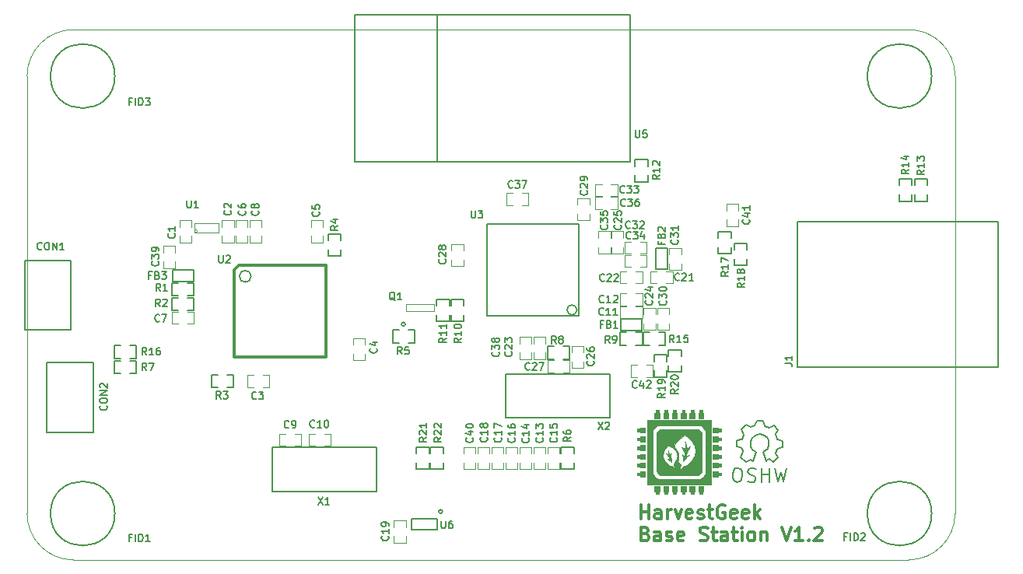
<source format=gto>
G04 #@! TF.FileFunction,Legend,Top*
%FSLAX46Y46*%
G04 Gerber Fmt 4.6, Leading zero omitted, Abs format (unit mm)*
G04 Created by KiCad (PCBNEW (2015-01-16 BZR 5376)-product) date 26/05/2015 16:36:23*
%MOMM*%
G01*
G04 APERTURE LIST*
%ADD10C,0.150000*%
%ADD11C,0.100000*%
%ADD12C,0.200000*%
%ADD13C,0.300000*%
%ADD14C,0.119380*%
%ADD15C,0.078740*%
%ADD16C,0.203200*%
%ADD17C,0.127000*%
%ADD18C,0.304800*%
G04 APERTURE END LIST*
D10*
D11*
X-12250216Y1644D02*
X-12250216Y47626644D01*
X-12250216Y1644D02*
G75*
G03X-7201778Y-5046794I5048438J0D01*
G01*
X83701346Y-5046794D02*
X-7201778Y-5046794D01*
X83701346Y-5046794D02*
G75*
G03X88749784Y1644I0J5048438D01*
G01*
X88749784Y47626644D02*
X88749784Y1644D01*
X88749784Y47626644D02*
G75*
G03X83701346Y52675082I-5048438J0D01*
G01*
X-7201778Y52675082D02*
X83701346Y52675082D01*
X-7201778Y52675082D02*
G75*
G03X-12250216Y47626644I0J-5048438D01*
G01*
D12*
X47588516Y22162518D02*
G75*
G03X47588516Y22162518I-538516J0D01*
G01*
D13*
X54537143Y-578571D02*
X54537143Y921429D01*
X54537143Y207143D02*
X55394286Y207143D01*
X55394286Y-578571D02*
X55394286Y921429D01*
X56751429Y-578571D02*
X56751429Y207143D01*
X56680000Y350000D01*
X56537143Y421429D01*
X56251429Y421429D01*
X56108572Y350000D01*
X56751429Y-507143D02*
X56608572Y-578571D01*
X56251429Y-578571D01*
X56108572Y-507143D01*
X56037143Y-364286D01*
X56037143Y-221429D01*
X56108572Y-78571D01*
X56251429Y-7143D01*
X56608572Y-7143D01*
X56751429Y64286D01*
X57465715Y-578571D02*
X57465715Y421429D01*
X57465715Y135714D02*
X57537143Y278571D01*
X57608572Y350000D01*
X57751429Y421429D01*
X57894286Y421429D01*
X58251429Y421429D02*
X58608572Y-578571D01*
X58965714Y421429D01*
X60108571Y-507143D02*
X59965714Y-578571D01*
X59680000Y-578571D01*
X59537143Y-507143D01*
X59465714Y-364286D01*
X59465714Y207143D01*
X59537143Y350000D01*
X59680000Y421429D01*
X59965714Y421429D01*
X60108571Y350000D01*
X60180000Y207143D01*
X60180000Y64286D01*
X59465714Y-78571D01*
X60751428Y-507143D02*
X60894285Y-578571D01*
X61180000Y-578571D01*
X61322857Y-507143D01*
X61394285Y-364286D01*
X61394285Y-292857D01*
X61322857Y-150000D01*
X61180000Y-78571D01*
X60965714Y-78571D01*
X60822857Y-7143D01*
X60751428Y135714D01*
X60751428Y207143D01*
X60822857Y350000D01*
X60965714Y421429D01*
X61180000Y421429D01*
X61322857Y350000D01*
X61822857Y421429D02*
X62394286Y421429D01*
X62037143Y921429D02*
X62037143Y-364286D01*
X62108571Y-507143D01*
X62251429Y-578571D01*
X62394286Y-578571D01*
X63680000Y850000D02*
X63537143Y921429D01*
X63322857Y921429D01*
X63108572Y850000D01*
X62965714Y707143D01*
X62894286Y564286D01*
X62822857Y278571D01*
X62822857Y64286D01*
X62894286Y-221429D01*
X62965714Y-364286D01*
X63108572Y-507143D01*
X63322857Y-578571D01*
X63465714Y-578571D01*
X63680000Y-507143D01*
X63751429Y-435714D01*
X63751429Y64286D01*
X63465714Y64286D01*
X64965714Y-507143D02*
X64822857Y-578571D01*
X64537143Y-578571D01*
X64394286Y-507143D01*
X64322857Y-364286D01*
X64322857Y207143D01*
X64394286Y350000D01*
X64537143Y421429D01*
X64822857Y421429D01*
X64965714Y350000D01*
X65037143Y207143D01*
X65037143Y64286D01*
X64322857Y-78571D01*
X66251428Y-507143D02*
X66108571Y-578571D01*
X65822857Y-578571D01*
X65680000Y-507143D01*
X65608571Y-364286D01*
X65608571Y207143D01*
X65680000Y350000D01*
X65822857Y421429D01*
X66108571Y421429D01*
X66251428Y350000D01*
X66322857Y207143D01*
X66322857Y64286D01*
X65608571Y-78571D01*
X66965714Y-578571D02*
X66965714Y921429D01*
X67108571Y-7143D02*
X67537142Y-578571D01*
X67537142Y421429D02*
X66965714Y-150000D01*
X55037143Y-2192857D02*
X55251429Y-2264286D01*
X55322857Y-2335714D01*
X55394286Y-2478571D01*
X55394286Y-2692857D01*
X55322857Y-2835714D01*
X55251429Y-2907143D01*
X55108571Y-2978571D01*
X54537143Y-2978571D01*
X54537143Y-1478571D01*
X55037143Y-1478571D01*
X55180000Y-1550000D01*
X55251429Y-1621429D01*
X55322857Y-1764286D01*
X55322857Y-1907143D01*
X55251429Y-2050000D01*
X55180000Y-2121429D01*
X55037143Y-2192857D01*
X54537143Y-2192857D01*
X56680000Y-2978571D02*
X56680000Y-2192857D01*
X56608571Y-2050000D01*
X56465714Y-1978571D01*
X56180000Y-1978571D01*
X56037143Y-2050000D01*
X56680000Y-2907143D02*
X56537143Y-2978571D01*
X56180000Y-2978571D01*
X56037143Y-2907143D01*
X55965714Y-2764286D01*
X55965714Y-2621429D01*
X56037143Y-2478571D01*
X56180000Y-2407143D01*
X56537143Y-2407143D01*
X56680000Y-2335714D01*
X57322857Y-2907143D02*
X57465714Y-2978571D01*
X57751429Y-2978571D01*
X57894286Y-2907143D01*
X57965714Y-2764286D01*
X57965714Y-2692857D01*
X57894286Y-2550000D01*
X57751429Y-2478571D01*
X57537143Y-2478571D01*
X57394286Y-2407143D01*
X57322857Y-2264286D01*
X57322857Y-2192857D01*
X57394286Y-2050000D01*
X57537143Y-1978571D01*
X57751429Y-1978571D01*
X57894286Y-2050000D01*
X59180000Y-2907143D02*
X59037143Y-2978571D01*
X58751429Y-2978571D01*
X58608572Y-2907143D01*
X58537143Y-2764286D01*
X58537143Y-2192857D01*
X58608572Y-2050000D01*
X58751429Y-1978571D01*
X59037143Y-1978571D01*
X59180000Y-2050000D01*
X59251429Y-2192857D01*
X59251429Y-2335714D01*
X58537143Y-2478571D01*
X60965714Y-2907143D02*
X61180000Y-2978571D01*
X61537143Y-2978571D01*
X61680000Y-2907143D01*
X61751429Y-2835714D01*
X61822857Y-2692857D01*
X61822857Y-2550000D01*
X61751429Y-2407143D01*
X61680000Y-2335714D01*
X61537143Y-2264286D01*
X61251429Y-2192857D01*
X61108571Y-2121429D01*
X61037143Y-2050000D01*
X60965714Y-1907143D01*
X60965714Y-1764286D01*
X61037143Y-1621429D01*
X61108571Y-1550000D01*
X61251429Y-1478571D01*
X61608571Y-1478571D01*
X61822857Y-1550000D01*
X62251428Y-1978571D02*
X62822857Y-1978571D01*
X62465714Y-1478571D02*
X62465714Y-2764286D01*
X62537142Y-2907143D01*
X62680000Y-2978571D01*
X62822857Y-2978571D01*
X63965714Y-2978571D02*
X63965714Y-2192857D01*
X63894285Y-2050000D01*
X63751428Y-1978571D01*
X63465714Y-1978571D01*
X63322857Y-2050000D01*
X63965714Y-2907143D02*
X63822857Y-2978571D01*
X63465714Y-2978571D01*
X63322857Y-2907143D01*
X63251428Y-2764286D01*
X63251428Y-2621429D01*
X63322857Y-2478571D01*
X63465714Y-2407143D01*
X63822857Y-2407143D01*
X63965714Y-2335714D01*
X64465714Y-1978571D02*
X65037143Y-1978571D01*
X64680000Y-1478571D02*
X64680000Y-2764286D01*
X64751428Y-2907143D01*
X64894286Y-2978571D01*
X65037143Y-2978571D01*
X65537143Y-2978571D02*
X65537143Y-1978571D01*
X65537143Y-1478571D02*
X65465714Y-1550000D01*
X65537143Y-1621429D01*
X65608571Y-1550000D01*
X65537143Y-1478571D01*
X65537143Y-1621429D01*
X66465715Y-2978571D02*
X66322857Y-2907143D01*
X66251429Y-2835714D01*
X66180000Y-2692857D01*
X66180000Y-2264286D01*
X66251429Y-2121429D01*
X66322857Y-2050000D01*
X66465715Y-1978571D01*
X66680000Y-1978571D01*
X66822857Y-2050000D01*
X66894286Y-2121429D01*
X66965715Y-2264286D01*
X66965715Y-2692857D01*
X66894286Y-2835714D01*
X66822857Y-2907143D01*
X66680000Y-2978571D01*
X66465715Y-2978571D01*
X67608572Y-1978571D02*
X67608572Y-2978571D01*
X67608572Y-2121429D02*
X67680000Y-2050000D01*
X67822858Y-1978571D01*
X68037143Y-1978571D01*
X68180000Y-2050000D01*
X68251429Y-2192857D01*
X68251429Y-2978571D01*
X69894286Y-1478571D02*
X70394286Y-2978571D01*
X70894286Y-1478571D01*
X72180000Y-2978571D02*
X71322857Y-2978571D01*
X71751429Y-2978571D02*
X71751429Y-1478571D01*
X71608572Y-1692857D01*
X71465714Y-1835714D01*
X71322857Y-1907143D01*
X72822857Y-2835714D02*
X72894285Y-2907143D01*
X72822857Y-2978571D01*
X72751428Y-2907143D01*
X72822857Y-2835714D01*
X72822857Y-2978571D01*
X73465714Y-1621429D02*
X73537143Y-1550000D01*
X73680000Y-1478571D01*
X74037143Y-1478571D01*
X74180000Y-1550000D01*
X74251429Y-1621429D01*
X74322857Y-1764286D01*
X74322857Y-1907143D01*
X74251429Y-2121429D01*
X73394286Y-2978571D01*
X74322857Y-2978571D01*
D14*
X28970240Y-1467102D02*
X28970240Y-768602D01*
X28970240Y-2467862D02*
X28970240Y-3166362D01*
X27669760Y-1467102D02*
X27669760Y-768602D01*
X27669760Y-3166362D02*
X27669760Y-2467862D01*
X27685000Y-768602D02*
X28955000Y-768602D01*
X28955000Y-3166362D02*
X27685000Y-3166362D01*
D10*
X86200008Y0D02*
G75*
G03X86200008Y0I-3500000J0D01*
G01*
X86200008Y47625000D02*
G75*
G03X86200008Y47625000I-3500000J0D01*
G01*
X-2699992Y47625000D02*
G75*
G03X-2699992Y47625000I-3500000J0D01*
G01*
X32950000Y212518D02*
G75*
G03X32950000Y212518I-200000J0D01*
G01*
X32350000Y-1787482D02*
X29550000Y-1787482D01*
X29550000Y-1787482D02*
X29550000Y-587482D01*
X29550000Y-587482D02*
X32350000Y-587482D01*
X32350000Y-587482D02*
X32350000Y-1787482D01*
X28900000Y20612518D02*
G75*
G03X28900000Y20612518I-200000J0D01*
G01*
D14*
X32024000Y22031518D02*
X28976000Y22031518D01*
X28976000Y22031518D02*
X28976000Y22793518D01*
X28976000Y22793518D02*
X32024000Y22793518D01*
X32024000Y22793518D02*
X32024000Y22031518D01*
D15*
X6283050Y30761998D02*
G75*
G03X6283050Y30761998I-159070J0D01*
G01*
X8570000Y31620518D02*
X8570000Y30604518D01*
X5966500Y31620518D02*
X5966500Y30604518D01*
X8570000Y30604518D02*
X5966500Y30604518D01*
X5966500Y31620518D02*
X8570000Y31620518D01*
D14*
X5650240Y31212898D02*
X5650240Y31911398D01*
X5650240Y30212138D02*
X5650240Y29513638D01*
X4349760Y31212898D02*
X4349760Y31911398D01*
X4349760Y29513638D02*
X4349760Y30212138D01*
X4365000Y31911398D02*
X5635000Y31911398D01*
X5635000Y29513638D02*
X4365000Y29513638D01*
X10250240Y31212898D02*
X10250240Y31911398D01*
X10250240Y30212138D02*
X10250240Y29513638D01*
X8949760Y31212898D02*
X8949760Y31911398D01*
X8949760Y29513638D02*
X8949760Y30212138D01*
X8965000Y31911398D02*
X10235000Y31911398D01*
X10235000Y29513638D02*
X8965000Y29513638D01*
X13400380Y13762278D02*
X14098880Y13762278D01*
X12399620Y13762278D02*
X11701120Y13762278D01*
X13400380Y15062758D02*
X14098880Y15062758D01*
X11701120Y15062758D02*
X12399620Y15062758D01*
X14098880Y15047518D02*
X14098880Y13777518D01*
X11701120Y13777518D02*
X11701120Y15047518D01*
X23249760Y17412138D02*
X23249760Y16713638D01*
X23249760Y18412898D02*
X23249760Y19111398D01*
X24550240Y17412138D02*
X24550240Y16713638D01*
X24550240Y19111398D02*
X24550240Y18412898D01*
X24535000Y16713638D02*
X23265000Y16713638D01*
X23265000Y19111398D02*
X24535000Y19111398D01*
X19950240Y31212898D02*
X19950240Y31911398D01*
X19950240Y30212138D02*
X19950240Y29513638D01*
X18649760Y31212898D02*
X18649760Y31911398D01*
X18649760Y29513638D02*
X18649760Y30212138D01*
X18665000Y31911398D02*
X19935000Y31911398D01*
X19935000Y29513638D02*
X18665000Y29513638D01*
X11750240Y31212898D02*
X11750240Y31911398D01*
X11750240Y30212138D02*
X11750240Y29513638D01*
X10449760Y31212898D02*
X10449760Y31911398D01*
X10449760Y29513638D02*
X10449760Y30212138D01*
X10465000Y31911398D02*
X11735000Y31911398D01*
X11735000Y29513638D02*
X10465000Y29513638D01*
X4199620Y21962758D02*
X3501120Y21962758D01*
X5200380Y21962758D02*
X5898880Y21962758D01*
X4199620Y20662278D02*
X3501120Y20662278D01*
X5898880Y20662278D02*
X5200380Y20662278D01*
X3501120Y20677518D02*
X3501120Y21947518D01*
X5898880Y21947518D02*
X5898880Y20677518D01*
X13250240Y31212898D02*
X13250240Y31911398D01*
X13250240Y30212138D02*
X13250240Y29513638D01*
X11949760Y31212898D02*
X11949760Y31911398D01*
X11949760Y29513638D02*
X11949760Y30212138D01*
X11965000Y31911398D02*
X13235000Y31911398D01*
X13235000Y29513638D02*
X11965000Y29513638D01*
X16900380Y7362278D02*
X17598880Y7362278D01*
X15899620Y7362278D02*
X15201120Y7362278D01*
X16900380Y8662758D02*
X17598880Y8662758D01*
X15201120Y8662758D02*
X15899620Y8662758D01*
X17598880Y8647518D02*
X17598880Y7377518D01*
X15201120Y7377518D02*
X15201120Y8647518D01*
X19099620Y8662758D02*
X18401120Y8662758D01*
X20100380Y8662758D02*
X20798880Y8662758D01*
X19099620Y7362278D02*
X18401120Y7362278D01*
X20798880Y7362278D02*
X20100380Y7362278D01*
X18401120Y7377518D02*
X18401120Y8647518D01*
X20798880Y8647518D02*
X20798880Y7377518D01*
X54000380Y21262278D02*
X54698880Y21262278D01*
X52999620Y21262278D02*
X52301120Y21262278D01*
X54000380Y22562758D02*
X54698880Y22562758D01*
X52301120Y22562758D02*
X52999620Y22562758D01*
X54698880Y22547518D02*
X54698880Y21277518D01*
X52301120Y21277518D02*
X52301120Y22547518D01*
X54000380Y22662278D02*
X54698880Y22662278D01*
X52999620Y22662278D02*
X52301120Y22662278D01*
X54000380Y23962758D02*
X54698880Y23962758D01*
X52301120Y23962758D02*
X52999620Y23962758D01*
X54698880Y23947518D02*
X54698880Y22677518D01*
X52301120Y22677518D02*
X52301120Y23947518D01*
X44184240Y6528898D02*
X44184240Y7227398D01*
X44184240Y5528138D02*
X44184240Y4829638D01*
X42883760Y6528898D02*
X42883760Y7227398D01*
X42883760Y4829638D02*
X42883760Y5528138D01*
X42899000Y7227398D02*
X44169000Y7227398D01*
X44169000Y4829638D02*
X42899000Y4829638D01*
X42660240Y6528898D02*
X42660240Y7227398D01*
X42660240Y5528138D02*
X42660240Y4829638D01*
X41359760Y6528898D02*
X41359760Y7227398D01*
X41359760Y4829638D02*
X41359760Y5528138D01*
X41375000Y7227398D02*
X42645000Y7227398D01*
X42645000Y4829638D02*
X41375000Y4829638D01*
X45708240Y6528898D02*
X45708240Y7227398D01*
X45708240Y5528138D02*
X45708240Y4829638D01*
X44407760Y6528898D02*
X44407760Y7227398D01*
X44407760Y4829638D02*
X44407760Y5528138D01*
X44423000Y7227398D02*
X45693000Y7227398D01*
X45693000Y4829638D02*
X44423000Y4829638D01*
X41136240Y6528898D02*
X41136240Y7227398D01*
X41136240Y5528138D02*
X41136240Y4829638D01*
X39835760Y6528898D02*
X39835760Y7227398D01*
X39835760Y4829638D02*
X39835760Y5528138D01*
X39851000Y7227398D02*
X41121000Y7227398D01*
X41121000Y4829638D02*
X39851000Y4829638D01*
X39612240Y6528898D02*
X39612240Y7227398D01*
X39612240Y5528138D02*
X39612240Y4829638D01*
X38311760Y6528898D02*
X38311760Y7227398D01*
X38311760Y4829638D02*
X38311760Y5528138D01*
X38327000Y7227398D02*
X39597000Y7227398D01*
X39597000Y4829638D02*
X38327000Y4829638D01*
X38088240Y6528898D02*
X38088240Y7227398D01*
X38088240Y5528138D02*
X38088240Y4829638D01*
X36787760Y6528898D02*
X36787760Y7227398D01*
X36787760Y4829638D02*
X36787760Y5528138D01*
X36803000Y7227398D02*
X38073000Y7227398D01*
X38073000Y4829638D02*
X36803000Y4829638D01*
X57300380Y25062278D02*
X57998880Y25062278D01*
X56299620Y25062278D02*
X55601120Y25062278D01*
X57300380Y26362758D02*
X57998880Y26362758D01*
X55601120Y26362758D02*
X56299620Y26362758D01*
X57998880Y26347518D02*
X57998880Y25077518D01*
X55601120Y25077518D02*
X55601120Y26347518D01*
X54000380Y25062278D02*
X54698880Y25062278D01*
X52999620Y25062278D02*
X52301120Y25062278D01*
X54000380Y26362758D02*
X54698880Y26362758D01*
X52301120Y26362758D02*
X52999620Y26362758D01*
X54698880Y26347518D02*
X54698880Y25077518D01*
X52301120Y25077518D02*
X52301120Y26347518D01*
X42849760Y17512138D02*
X42849760Y16813638D01*
X42849760Y18512898D02*
X42849760Y19211398D01*
X44150240Y17512138D02*
X44150240Y16813638D01*
X44150240Y19211398D02*
X44150240Y18512898D01*
X44135000Y16813638D02*
X42865000Y16813638D01*
X42865000Y19211398D02*
X44135000Y19211398D01*
X56150240Y21712898D02*
X56150240Y22411398D01*
X56150240Y20712138D02*
X56150240Y20013638D01*
X54849760Y21712898D02*
X54849760Y22411398D01*
X54849760Y20013638D02*
X54849760Y20712138D01*
X54865000Y22411398D02*
X56135000Y22411398D01*
X56135000Y20013638D02*
X54865000Y20013638D01*
X52650240Y30012898D02*
X52650240Y30711398D01*
X52650240Y29012138D02*
X52650240Y28313638D01*
X51349760Y30012898D02*
X51349760Y30711398D01*
X51349760Y28313638D02*
X51349760Y29012138D01*
X51365000Y30711398D02*
X52635000Y30711398D01*
X52635000Y28313638D02*
X51365000Y28313638D01*
X46999760Y16512138D02*
X46999760Y15813638D01*
X46999760Y17512898D02*
X46999760Y18211398D01*
X48300240Y16512138D02*
X48300240Y15813638D01*
X48300240Y18211398D02*
X48300240Y17512898D01*
X48285000Y15813638D02*
X47015000Y15813638D01*
X47015000Y18211398D02*
X48285000Y18211398D01*
X46100380Y15362278D02*
X46798880Y15362278D01*
X45099620Y15362278D02*
X44401120Y15362278D01*
X46100380Y16662758D02*
X46798880Y16662758D01*
X44401120Y16662758D02*
X45099620Y16662758D01*
X46798880Y16647518D02*
X46798880Y15377518D01*
X44401120Y15377518D02*
X44401120Y16647518D01*
X33949760Y27612138D02*
X33949760Y26913638D01*
X33949760Y28612898D02*
X33949760Y29311398D01*
X35250240Y27612138D02*
X35250240Y26913638D01*
X35250240Y29311398D02*
X35250240Y28612898D01*
X35235000Y26913638D02*
X33965000Y26913638D01*
X33965000Y29311398D02*
X35235000Y29311398D01*
X48950240Y33612898D02*
X48950240Y34311398D01*
X48950240Y32612138D02*
X48950240Y31913638D01*
X47649760Y33612898D02*
X47649760Y34311398D01*
X47649760Y31913638D02*
X47649760Y32612138D01*
X47665000Y34311398D02*
X48935000Y34311398D01*
X48935000Y31913638D02*
X47665000Y31913638D01*
X57650240Y21712898D02*
X57650240Y22411398D01*
X57650240Y20712138D02*
X57650240Y20013638D01*
X56349760Y21712898D02*
X56349760Y22411398D01*
X56349760Y20013638D02*
X56349760Y20712138D01*
X56365000Y22411398D02*
X57635000Y22411398D01*
X57635000Y20013638D02*
X56365000Y20013638D01*
X57649760Y27212138D02*
X57649760Y26513638D01*
X57649760Y28212898D02*
X57649760Y28911398D01*
X58950240Y27212138D02*
X58950240Y26513638D01*
X58950240Y28911398D02*
X58950240Y28212898D01*
X58935000Y26513638D02*
X57665000Y26513638D01*
X57665000Y28911398D02*
X58935000Y28911398D01*
X54500380Y28262278D02*
X55198880Y28262278D01*
X53499620Y28262278D02*
X52801120Y28262278D01*
X54500380Y29562758D02*
X55198880Y29562758D01*
X52801120Y29562758D02*
X53499620Y29562758D01*
X55198880Y29547518D02*
X55198880Y28277518D01*
X52801120Y28277518D02*
X52801120Y29547518D01*
X51300380Y34562278D02*
X51998880Y34562278D01*
X50299620Y34562278D02*
X49601120Y34562278D01*
X51300380Y35862758D02*
X51998880Y35862758D01*
X49601120Y35862758D02*
X50299620Y35862758D01*
X51998880Y35847518D02*
X51998880Y34577518D01*
X49601120Y34577518D02*
X49601120Y35847518D01*
X54500380Y26862278D02*
X55198880Y26862278D01*
X53499620Y26862278D02*
X52801120Y26862278D01*
X54500380Y28162758D02*
X55198880Y28162758D01*
X52801120Y28162758D02*
X53499620Y28162758D01*
X55198880Y28147518D02*
X55198880Y26877518D01*
X52801120Y26877518D02*
X52801120Y28147518D01*
X51250240Y30012898D02*
X51250240Y30711398D01*
X51250240Y29012138D02*
X51250240Y28313638D01*
X49949760Y30012898D02*
X49949760Y30711398D01*
X49949760Y28313638D02*
X49949760Y29012138D01*
X49965000Y30711398D02*
X51235000Y30711398D01*
X51235000Y28313638D02*
X49965000Y28313638D01*
X51300380Y33162278D02*
X51998880Y33162278D01*
X50299620Y33162278D02*
X49601120Y33162278D01*
X51300380Y34462758D02*
X51998880Y34462758D01*
X49601120Y34462758D02*
X50299620Y34462758D01*
X51998880Y34447518D02*
X51998880Y33177518D01*
X49601120Y33177518D02*
X49601120Y34447518D01*
X40599620Y34862758D02*
X39901120Y34862758D01*
X41600380Y34862758D02*
X42298880Y34862758D01*
X40599620Y33562278D02*
X39901120Y33562278D01*
X42298880Y33562278D02*
X41600380Y33562278D01*
X39901120Y33577518D02*
X39901120Y34847518D01*
X42298880Y34847518D02*
X42298880Y33577518D01*
X41349760Y17512138D02*
X41349760Y16813638D01*
X41349760Y18512898D02*
X41349760Y19211398D01*
X42650240Y17512138D02*
X42650240Y16813638D01*
X42650240Y19211398D02*
X42650240Y18512898D01*
X42635000Y16813638D02*
X41365000Y16813638D01*
X41365000Y19211398D02*
X42635000Y19211398D01*
X3850240Y28412898D02*
X3850240Y29111398D01*
X3850240Y27412138D02*
X3850240Y26713638D01*
X2549760Y28412898D02*
X2549760Y29111398D01*
X2549760Y26713638D02*
X2549760Y27412138D01*
X2565000Y29111398D02*
X3835000Y29111398D01*
X3835000Y26713638D02*
X2565000Y26713638D01*
X35263760Y5528138D02*
X35263760Y4829638D01*
X35263760Y6528898D02*
X35263760Y7227398D01*
X36564240Y5528138D02*
X36564240Y4829638D01*
X36564240Y7227398D02*
X36564240Y6528898D01*
X36549000Y4829638D02*
X35279000Y4829638D01*
X35279000Y7227398D02*
X36549000Y7227398D01*
X65160240Y32982898D02*
X65160240Y33681398D01*
X65160240Y31982138D02*
X65160240Y31283638D01*
X63859760Y32982898D02*
X63859760Y33681398D01*
X63859760Y31283638D02*
X63859760Y31982138D01*
X63875000Y33681398D02*
X65145000Y33681398D01*
X65145000Y31283638D02*
X63875000Y31283638D01*
X54149620Y16162758D02*
X53451120Y16162758D01*
X55150380Y16162758D02*
X55848880Y16162758D01*
X54149620Y14862278D02*
X53451120Y14862278D01*
X55848880Y14862278D02*
X55150380Y14862278D01*
X53451120Y14877518D02*
X53451120Y16147518D01*
X55848880Y16147518D02*
X55848880Y14877518D01*
D10*
X-12471330Y27522958D02*
X-12471330Y20022958D01*
X-12471330Y20022958D02*
X-7471330Y20022958D01*
X-7471330Y20022958D02*
X-7471330Y27522958D01*
X-7471330Y27522958D02*
X-12471330Y27522958D01*
D16*
X-10111060Y8822778D02*
X-10111060Y16442778D01*
X-5031060Y16442778D02*
X-5031060Y8822778D01*
X-5031060Y8822778D02*
X-10111060Y8822778D01*
X-10111060Y16442778D02*
X-5031060Y16442778D01*
D17*
X54643000Y19877518D02*
X52357000Y19877518D01*
X52357000Y19877518D02*
X52357000Y21147518D01*
X52357000Y21147518D02*
X54643000Y21147518D01*
X54643000Y21147518D02*
X54643000Y19877518D01*
X57435000Y28855518D02*
X57435000Y26569518D01*
X57435000Y26569518D02*
X56165000Y26569518D01*
X56165000Y26569518D02*
X56165000Y28855518D01*
X56165000Y28855518D02*
X57435000Y28855518D01*
X3557000Y26547518D02*
X5843000Y26547518D01*
X5843000Y26547518D02*
X5843000Y25277518D01*
X5843000Y25277518D02*
X3557000Y25277518D01*
X3557000Y25277518D02*
X3557000Y26547518D01*
D10*
X93400000Y15974558D02*
X93400000Y31774558D01*
X93400000Y31774558D02*
X71600000Y31774558D01*
X71600000Y31774558D02*
X71600000Y15974558D01*
X71600000Y15974558D02*
X93400000Y15974558D01*
X-2699992Y0D02*
G75*
G03X-2699992Y0I-3500000J0D01*
G01*
D17*
X4199620Y25111018D02*
X3493500Y25111018D01*
X3493500Y25111018D02*
X3493500Y23714018D01*
X3493500Y23714018D02*
X4199620Y23714018D01*
X5906500Y25111018D02*
X5200380Y25111018D01*
X5906500Y25111018D02*
X5906500Y23714018D01*
X5906500Y23714018D02*
X5200380Y23714018D01*
X4199620Y23511018D02*
X3493500Y23511018D01*
X3493500Y23511018D02*
X3493500Y22114018D01*
X3493500Y22114018D02*
X4199620Y22114018D01*
X5906500Y23511018D02*
X5200380Y23511018D01*
X5906500Y23511018D02*
X5906500Y22114018D01*
X5906500Y22114018D02*
X5200380Y22114018D01*
X8499620Y15111018D02*
X7793500Y15111018D01*
X7793500Y15111018D02*
X7793500Y13714018D01*
X7793500Y13714018D02*
X8499620Y13714018D01*
X10206500Y15111018D02*
X9500380Y15111018D01*
X10206500Y15111018D02*
X10206500Y13714018D01*
X10206500Y13714018D02*
X9500380Y13714018D01*
X20501500Y28712138D02*
X20501500Y28006018D01*
X20501500Y28006018D02*
X21898500Y28006018D01*
X21898500Y28006018D02*
X21898500Y28712138D01*
X20501500Y30419018D02*
X20501500Y29712898D01*
X20501500Y30419018D02*
X21898500Y30419018D01*
X21898500Y30419018D02*
X21898500Y29712898D01*
X29230380Y18581500D02*
X29936500Y18581500D01*
X29936500Y18581500D02*
X29936500Y19978500D01*
X29936500Y19978500D02*
X29230380Y19978500D01*
X27523500Y18581500D02*
X28229620Y18581500D01*
X27523500Y18581500D02*
X27523500Y19978500D01*
X27523500Y19978500D02*
X28229620Y19978500D01*
X45883500Y5528138D02*
X45883500Y4822018D01*
X45883500Y4822018D02*
X47280500Y4822018D01*
X47280500Y4822018D02*
X47280500Y5528138D01*
X45883500Y7235018D02*
X45883500Y6528898D01*
X45883500Y7235018D02*
X47280500Y7235018D01*
X47280500Y7235018D02*
X47280500Y6528898D01*
X-2051380Y16633018D02*
X-2757500Y16633018D01*
X-2757500Y16633018D02*
X-2757500Y15236018D01*
X-2757500Y15236018D02*
X-2051380Y15236018D01*
X-344500Y16633018D02*
X-1050620Y16633018D01*
X-344500Y16633018D02*
X-344500Y15236018D01*
X-344500Y15236018D02*
X-1050620Y15236018D01*
X45099620Y18211018D02*
X44393500Y18211018D01*
X44393500Y18211018D02*
X44393500Y16814018D01*
X44393500Y16814018D02*
X45099620Y16814018D01*
X46806500Y18211018D02*
X46100380Y18211018D01*
X46806500Y18211018D02*
X46806500Y16814018D01*
X46806500Y16814018D02*
X46100380Y16814018D01*
X54000380Y18314018D02*
X54706500Y18314018D01*
X54706500Y18314018D02*
X54706500Y19711018D01*
X54706500Y19711018D02*
X54000380Y19711018D01*
X52293500Y18314018D02*
X52999620Y18314018D01*
X52293500Y18314018D02*
X52293500Y19711018D01*
X52293500Y19711018D02*
X52999620Y19711018D01*
X35298500Y22612898D02*
X35298500Y23319018D01*
X35298500Y23319018D02*
X33901500Y23319018D01*
X33901500Y23319018D02*
X33901500Y22612898D01*
X35298500Y20906018D02*
X35298500Y21612138D01*
X35298500Y20906018D02*
X33901500Y20906018D01*
X33901500Y20906018D02*
X33901500Y21612138D01*
X33698500Y22612898D02*
X33698500Y23319018D01*
X33698500Y23319018D02*
X32301500Y23319018D01*
X32301500Y23319018D02*
X32301500Y22612898D01*
X33698500Y20906018D02*
X33698500Y21612138D01*
X33698500Y20906018D02*
X32301500Y20906018D01*
X32301500Y20906018D02*
X32301500Y21612138D01*
X55298500Y37812898D02*
X55298500Y38519018D01*
X55298500Y38519018D02*
X53901500Y38519018D01*
X53901500Y38519018D02*
X53901500Y37812898D01*
X55298500Y36106018D02*
X55298500Y36812138D01*
X55298500Y36106018D02*
X53901500Y36106018D01*
X53901500Y36106018D02*
X53901500Y36812138D01*
X84364500Y34712338D02*
X84364500Y34006218D01*
X84364500Y34006218D02*
X85761500Y34006218D01*
X85761500Y34006218D02*
X85761500Y34712338D01*
X84364500Y36419218D02*
X84364500Y35713098D01*
X84364500Y36419218D02*
X85761500Y36419218D01*
X85761500Y36419218D02*
X85761500Y35713098D01*
X82664500Y34712338D02*
X82664500Y34006218D01*
X82664500Y34006218D02*
X84061500Y34006218D01*
X84061500Y34006218D02*
X84061500Y34712338D01*
X82664500Y36419218D02*
X82664500Y35713098D01*
X82664500Y36419218D02*
X84061500Y36419218D01*
X84061500Y36419218D02*
X84061500Y35713098D01*
X56500380Y18314018D02*
X57206500Y18314018D01*
X57206500Y18314018D02*
X57206500Y19711018D01*
X57206500Y19711018D02*
X56500380Y19711018D01*
X54793500Y18314018D02*
X55499620Y18314018D01*
X54793500Y18314018D02*
X54793500Y19711018D01*
X54793500Y19711018D02*
X55499620Y19711018D01*
X-2051380Y18284018D02*
X-2757500Y18284018D01*
X-2757500Y18284018D02*
X-2757500Y16887018D01*
X-2757500Y16887018D02*
X-2051380Y16887018D01*
X-344500Y18284018D02*
X-1050620Y18284018D01*
X-344500Y18284018D02*
X-344500Y16887018D01*
X-344500Y16887018D02*
X-1050620Y16887018D01*
X64378500Y29992898D02*
X64378500Y30699018D01*
X64378500Y30699018D02*
X62981500Y30699018D01*
X62981500Y30699018D02*
X62981500Y29992898D01*
X64378500Y28286018D02*
X64378500Y28992138D01*
X64378500Y28286018D02*
X62981500Y28286018D01*
X62981500Y28286018D02*
X62981500Y28992138D01*
X66118500Y28712898D02*
X66118500Y29419018D01*
X66118500Y29419018D02*
X64721500Y29419018D01*
X64721500Y29419018D02*
X64721500Y28712898D01*
X66118500Y27006018D02*
X66118500Y27712138D01*
X66118500Y27006018D02*
X64721500Y27006018D01*
X64721500Y27006018D02*
X64721500Y27712138D01*
X56001500Y15562138D02*
X56001500Y14856018D01*
X56001500Y14856018D02*
X57398500Y14856018D01*
X57398500Y14856018D02*
X57398500Y15562138D01*
X56001500Y17269018D02*
X56001500Y16562898D01*
X56001500Y17269018D02*
X57398500Y17269018D01*
X57398500Y17269018D02*
X57398500Y16562898D01*
X57551500Y16112138D02*
X57551500Y15406018D01*
X57551500Y15406018D02*
X58948500Y15406018D01*
X58948500Y15406018D02*
X58948500Y16112138D01*
X57551500Y17819018D02*
X57551500Y17112898D01*
X57551500Y17819018D02*
X58948500Y17819018D01*
X58948500Y17819018D02*
X58948500Y17112898D01*
X30135500Y5528138D02*
X30135500Y4822018D01*
X30135500Y4822018D02*
X31532500Y4822018D01*
X31532500Y4822018D02*
X31532500Y5528138D01*
X30135500Y7235018D02*
X30135500Y6528898D01*
X30135500Y7235018D02*
X31532500Y7235018D01*
X31532500Y7235018D02*
X31532500Y6528898D01*
X31659500Y5528138D02*
X31659500Y4822018D01*
X31659500Y4822018D02*
X33056500Y4822018D01*
X33056500Y4822018D02*
X33056500Y5528138D01*
X31659500Y7235018D02*
X31659500Y6528898D01*
X31659500Y7235018D02*
X33056500Y7235018D01*
X33056500Y7235018D02*
X33056500Y6528898D01*
D18*
X20303800Y27016318D02*
X20303800Y17008718D01*
X20303800Y17008718D02*
X10296200Y17008718D01*
X10296200Y26533718D02*
X10296200Y17008718D01*
X10778800Y27016318D02*
X20303800Y27016318D01*
X10296200Y26533718D02*
X10778800Y27016318D01*
D16*
X12125000Y25822518D02*
G75*
G03X12125000Y25822518I-635000J0D01*
G01*
D10*
X47800000Y21512518D02*
X37800000Y21512518D01*
X37800000Y21512518D02*
X37800000Y31512518D01*
X37800000Y31512518D02*
X47800000Y31512518D01*
X47800000Y31512518D02*
X47800000Y21512518D01*
X32396440Y54322518D02*
X32396440Y38322518D01*
X53396440Y38322518D02*
X53396440Y54322518D01*
X53396440Y54322518D02*
X23396440Y54322518D01*
X23396440Y54322518D02*
X23396440Y38322518D01*
X23396440Y38322518D02*
X53396440Y38322518D01*
X14400000Y7212518D02*
X25800000Y7212518D01*
X25800000Y7212518D02*
X25800000Y2412518D01*
X25800000Y2412518D02*
X14400000Y2412518D01*
X14400000Y2412518D02*
X14400000Y7212518D01*
X39800000Y15212518D02*
X51200000Y15212518D01*
X51200000Y15212518D02*
X51200000Y10412518D01*
X51200000Y10412518D02*
X39800000Y10412518D01*
X39800000Y10412518D02*
X39800000Y15212518D01*
X69148780Y4930140D02*
X69509460Y3459480D01*
X69509460Y3459480D02*
X69788860Y4521200D01*
X69788860Y4521200D02*
X70098740Y3449320D01*
X70098740Y3449320D02*
X70439100Y4899660D01*
X67728920Y4239260D02*
X68518860Y4249420D01*
X68518860Y4249420D02*
X68529020Y4239260D01*
X68529020Y4239260D02*
X68529020Y4249420D01*
X68569660Y4960620D02*
X68569660Y3418840D01*
X67680660Y4970780D02*
X67680660Y3401060D01*
X67680660Y3401060D02*
X67690820Y3411220D01*
X67129480Y4869180D02*
X66778960Y4950460D01*
X66778960Y4950460D02*
X66458920Y4960620D01*
X66458920Y4960620D02*
X66220160Y4759960D01*
X66220160Y4759960D02*
X66189680Y4490720D01*
X66189680Y4490720D02*
X66430980Y4249420D01*
X66430980Y4249420D02*
X66819600Y4119880D01*
X66819600Y4119880D02*
X66999940Y3959860D01*
X66999940Y3959860D02*
X67040580Y3660140D01*
X67040580Y3660140D02*
X66809440Y3439160D01*
X66809440Y3439160D02*
X66489400Y3411220D01*
X66489400Y3411220D02*
X66138880Y3520440D01*
X65100020Y4970780D02*
X64851100Y4950460D01*
X64851100Y4950460D02*
X64609800Y4709160D01*
X64609800Y4709160D02*
X64520900Y4218940D01*
X64520900Y4218940D02*
X64548840Y3870960D01*
X64548840Y3870960D02*
X64749500Y3550920D01*
X64749500Y3550920D02*
X65000960Y3429000D01*
X65000960Y3429000D02*
X65310840Y3500120D01*
X65310840Y3500120D02*
X65529280Y3680460D01*
X65529280Y3680460D02*
X65600400Y4140200D01*
X65600400Y4140200D02*
X65549600Y4549140D01*
X65549600Y4549140D02*
X65440380Y4831080D01*
X65440380Y4831080D02*
X65079700Y4960620D01*
X65699460Y6690360D02*
X65440380Y6129020D01*
X65440380Y6129020D02*
X65978860Y5610860D01*
X65978860Y5610860D02*
X66499560Y5880100D01*
X66499560Y5880100D02*
X66778960Y5720080D01*
X68219140Y5740400D02*
X68549340Y5930900D01*
X68549340Y5930900D02*
X68988760Y5600700D01*
X68988760Y5600700D02*
X69461200Y6090920D01*
X69461200Y6090920D02*
X69179260Y6570980D01*
X69179260Y6570980D02*
X69369760Y7040880D01*
X69369760Y7040880D02*
X69979360Y7228840D01*
X69979360Y7228840D02*
X69979360Y7909560D01*
X69979360Y7909560D02*
X69420560Y8049260D01*
X69420560Y8049260D02*
X69219900Y8620760D01*
X69219900Y8620760D02*
X69489140Y9090660D01*
X69489140Y9090660D02*
X69019240Y9601200D01*
X69019240Y9601200D02*
X68501080Y9339580D01*
X68501080Y9339580D02*
X68031180Y9540240D01*
X68031180Y9540240D02*
X67861000Y10081260D01*
X67861000Y10081260D02*
X67170120Y10099040D01*
X67170120Y10099040D02*
X66959300Y9550400D01*
X66959300Y9550400D02*
X66540200Y9380220D01*
X66540200Y9380220D02*
X65989020Y9649460D01*
X65989020Y9649460D02*
X65470860Y9121140D01*
X65470860Y9121140D02*
X65719780Y8580120D01*
X65719780Y8580120D02*
X65549600Y8100060D01*
X65549600Y8100060D02*
X65000960Y8001000D01*
X65000960Y8001000D02*
X64990800Y7299960D01*
X64990800Y7299960D02*
X65549600Y7099300D01*
X65549600Y7099300D02*
X65689300Y6700520D01*
X67830520Y6720840D02*
X68130240Y6870700D01*
X68130240Y6870700D02*
X68330900Y7068820D01*
X68330900Y7068820D02*
X68480760Y7470140D01*
X68480760Y7470140D02*
X68480760Y7868920D01*
X68480760Y7868920D02*
X68330900Y8219440D01*
X68330900Y8219440D02*
X67878780Y8569960D01*
X67878780Y8569960D02*
X67429200Y8620760D01*
X67429200Y8620760D02*
X67030420Y8519160D01*
X67030420Y8519160D02*
X66629100Y8171180D01*
X66629100Y8171180D02*
X66479240Y7719060D01*
X66479240Y7719060D02*
X66530040Y7221220D01*
X66530040Y7221220D02*
X66778960Y6918960D01*
X66778960Y6918960D02*
X67129480Y6720840D01*
X67129480Y6720840D02*
X66778960Y5720080D01*
X67830520Y6720840D02*
X68229300Y5720080D01*
D11*
G36*
X56605429Y2424571D02*
X56541929Y2424571D01*
X56478429Y2424571D01*
X56478429Y2261286D01*
X56478429Y2098000D01*
X56324215Y2098000D01*
X56170000Y2098000D01*
X56170000Y2261286D01*
X56170000Y2424571D01*
X56106500Y2424571D01*
X56043000Y2424571D01*
X56043000Y2705786D01*
X56043000Y2987000D01*
X56324215Y2987000D01*
X56605429Y2987000D01*
X56605429Y2705786D01*
X56605429Y2424571D01*
X56605429Y2424571D01*
X56605429Y2424571D01*
G37*
X56605429Y2424571D02*
X56541929Y2424571D01*
X56478429Y2424571D01*
X56478429Y2261286D01*
X56478429Y2098000D01*
X56324215Y2098000D01*
X56170000Y2098000D01*
X56170000Y2261286D01*
X56170000Y2424571D01*
X56106500Y2424571D01*
X56043000Y2424571D01*
X56043000Y2705786D01*
X56043000Y2987000D01*
X56324215Y2987000D01*
X56605429Y2987000D01*
X56605429Y2705786D01*
X56605429Y2424571D01*
X56605429Y2424571D01*
G36*
X57548858Y2424571D02*
X57485358Y2424571D01*
X57421858Y2424571D01*
X57421858Y2261286D01*
X57421858Y2098000D01*
X57267643Y2098000D01*
X57113429Y2098000D01*
X57113429Y2261286D01*
X57113429Y2424571D01*
X57059000Y2424571D01*
X57004572Y2424571D01*
X57004572Y2705786D01*
X57004572Y2987000D01*
X57276715Y2987000D01*
X57548858Y2987000D01*
X57548858Y2705786D01*
X57548858Y2424571D01*
X57548858Y2424571D01*
X57548858Y2424571D01*
G37*
X57548858Y2424571D02*
X57485358Y2424571D01*
X57421858Y2424571D01*
X57421858Y2261286D01*
X57421858Y2098000D01*
X57267643Y2098000D01*
X57113429Y2098000D01*
X57113429Y2261286D01*
X57113429Y2424571D01*
X57059000Y2424571D01*
X57004572Y2424571D01*
X57004572Y2705786D01*
X57004572Y2987000D01*
X57276715Y2987000D01*
X57548858Y2987000D01*
X57548858Y2705786D01*
X57548858Y2424571D01*
X57548858Y2424571D01*
G36*
X58492286Y2424571D02*
X58437858Y2424571D01*
X58383429Y2424571D01*
X58383429Y2261286D01*
X58383429Y2098000D01*
X58229215Y2098000D01*
X58075000Y2098000D01*
X58075000Y2261286D01*
X58075000Y2424571D01*
X58011500Y2424571D01*
X57948000Y2424571D01*
X57948000Y2705786D01*
X57948000Y2987000D01*
X58220143Y2987000D01*
X58492286Y2987000D01*
X58492286Y2705786D01*
X58492286Y2424571D01*
X58492286Y2424571D01*
X58492286Y2424571D01*
G37*
X58492286Y2424571D02*
X58437858Y2424571D01*
X58383429Y2424571D01*
X58383429Y2261286D01*
X58383429Y2098000D01*
X58229215Y2098000D01*
X58075000Y2098000D01*
X58075000Y2261286D01*
X58075000Y2424571D01*
X58011500Y2424571D01*
X57948000Y2424571D01*
X57948000Y2705786D01*
X57948000Y2987000D01*
X58220143Y2987000D01*
X58492286Y2987000D01*
X58492286Y2705786D01*
X58492286Y2424571D01*
X58492286Y2424571D01*
G36*
X59453858Y2424571D02*
X59390358Y2424571D01*
X59326858Y2424571D01*
X59326858Y2261286D01*
X59326858Y2098000D01*
X59172643Y2098000D01*
X59018429Y2098000D01*
X59018429Y2261286D01*
X59018429Y2424571D01*
X58964000Y2424571D01*
X58909572Y2424571D01*
X58909572Y2705786D01*
X58909572Y2987000D01*
X59181715Y2987000D01*
X59453858Y2987000D01*
X59453858Y2705786D01*
X59453858Y2424571D01*
X59453858Y2424571D01*
X59453858Y2424571D01*
G37*
X59453858Y2424571D02*
X59390358Y2424571D01*
X59326858Y2424571D01*
X59326858Y2261286D01*
X59326858Y2098000D01*
X59172643Y2098000D01*
X59018429Y2098000D01*
X59018429Y2261286D01*
X59018429Y2424571D01*
X58964000Y2424571D01*
X58909572Y2424571D01*
X58909572Y2705786D01*
X58909572Y2987000D01*
X59181715Y2987000D01*
X59453858Y2987000D01*
X59453858Y2705786D01*
X59453858Y2424571D01*
X59453858Y2424571D01*
G36*
X60397286Y2424571D02*
X60342858Y2424571D01*
X60288429Y2424571D01*
X60288429Y2261286D01*
X60288429Y2098000D01*
X60134215Y2098000D01*
X59980000Y2098000D01*
X59980000Y2261286D01*
X59980000Y2424571D01*
X59916500Y2424571D01*
X59853000Y2424571D01*
X59853000Y2705786D01*
X59853000Y2987000D01*
X60125143Y2987000D01*
X60397286Y2987000D01*
X60397286Y2705786D01*
X60397286Y2424571D01*
X60397286Y2424571D01*
X60397286Y2424571D01*
G37*
X60397286Y2424571D02*
X60342858Y2424571D01*
X60288429Y2424571D01*
X60288429Y2261286D01*
X60288429Y2098000D01*
X60134215Y2098000D01*
X59980000Y2098000D01*
X59980000Y2261286D01*
X59980000Y2424571D01*
X59916500Y2424571D01*
X59853000Y2424571D01*
X59853000Y2705786D01*
X59853000Y2987000D01*
X60125143Y2987000D01*
X60397286Y2987000D01*
X60397286Y2705786D01*
X60397286Y2424571D01*
X60397286Y2424571D01*
G36*
X61358858Y2424571D02*
X61295358Y2424571D01*
X61231858Y2424571D01*
X61231858Y2261286D01*
X61231858Y2098000D01*
X61077643Y2098000D01*
X60923429Y2098000D01*
X60923429Y2261286D01*
X60923429Y2424571D01*
X60869000Y2424571D01*
X60814572Y2424571D01*
X60814572Y2705786D01*
X60814572Y2987000D01*
X61086715Y2987000D01*
X61358858Y2987000D01*
X61358858Y2705786D01*
X61358858Y2424571D01*
X61358858Y2424571D01*
X61358858Y2424571D01*
G37*
X61358858Y2424571D02*
X61295358Y2424571D01*
X61231858Y2424571D01*
X61231858Y2261286D01*
X61231858Y2098000D01*
X61077643Y2098000D01*
X60923429Y2098000D01*
X60923429Y2261286D01*
X60923429Y2424571D01*
X60869000Y2424571D01*
X60814572Y2424571D01*
X60814572Y2705786D01*
X60814572Y2987000D01*
X61086715Y2987000D01*
X61358858Y2987000D01*
X61358858Y2705786D01*
X61358858Y2424571D01*
X61358858Y2424571D01*
G36*
X62175286Y3168429D02*
X61594715Y3168429D01*
X61594715Y6679071D01*
X61594669Y7023834D01*
X61594519Y7334099D01*
X61594245Y7611655D01*
X61593828Y7858290D01*
X61593248Y8075792D01*
X61592486Y8265950D01*
X61591522Y8430552D01*
X61590337Y8571386D01*
X61588911Y8690240D01*
X61587225Y8788903D01*
X61585259Y8869163D01*
X61582994Y8932807D01*
X61580410Y8981625D01*
X61577488Y9017405D01*
X61574208Y9041934D01*
X61570551Y9057001D01*
X61568750Y9061222D01*
X61546980Y9090424D01*
X61503960Y9139063D01*
X61444882Y9201975D01*
X61374940Y9273993D01*
X61299327Y9349951D01*
X61223237Y9424683D01*
X61151864Y9493025D01*
X61090399Y9549810D01*
X61044038Y9589872D01*
X61019872Y9607183D01*
X61001235Y9610427D01*
X60958076Y9613356D01*
X60889386Y9615978D01*
X60794160Y9618303D01*
X60671391Y9620339D01*
X60520071Y9622094D01*
X60339194Y9623579D01*
X60127753Y9624801D01*
X59884742Y9625768D01*
X59609153Y9626491D01*
X59299979Y9626977D01*
X58956215Y9627236D01*
X58701221Y9627286D01*
X58360633Y9627239D01*
X58054522Y9627084D01*
X57781076Y9626803D01*
X57538487Y9626373D01*
X57324943Y9625776D01*
X57138636Y9624990D01*
X56977756Y9623997D01*
X56840492Y9622774D01*
X56725036Y9621304D01*
X56629576Y9619564D01*
X56552304Y9617535D01*
X56491408Y9615197D01*
X56445081Y9612530D01*
X56411511Y9609513D01*
X56388889Y9606127D01*
X56375405Y9602351D01*
X56373207Y9601321D01*
X56344005Y9579551D01*
X56295366Y9536531D01*
X56232454Y9477453D01*
X56160436Y9407511D01*
X56084478Y9331898D01*
X56009746Y9255808D01*
X55941404Y9184434D01*
X55884619Y9122970D01*
X55844557Y9076609D01*
X55827246Y9052443D01*
X55824033Y9033902D01*
X55821130Y8990899D01*
X55818527Y8922433D01*
X55816216Y8827503D01*
X55814188Y8705110D01*
X55812436Y8554252D01*
X55810949Y8373930D01*
X55809720Y8163143D01*
X55808741Y7920891D01*
X55808002Y7646173D01*
X55807496Y7337990D01*
X55807214Y6995340D01*
X55807143Y6688613D01*
X55807156Y6350472D01*
X55807212Y6046713D01*
X55807341Y5775431D01*
X55807568Y5534720D01*
X55807923Y5322677D01*
X55808434Y5137396D01*
X55809127Y4976974D01*
X55810031Y4839506D01*
X55811175Y4723087D01*
X55812585Y4625812D01*
X55814290Y4545778D01*
X55816317Y4481079D01*
X55818694Y4429810D01*
X55821450Y4390069D01*
X55824612Y4359948D01*
X55828207Y4337545D01*
X55832265Y4320955D01*
X55836812Y4308273D01*
X55841877Y4297594D01*
X55842133Y4297099D01*
X55865600Y4264222D01*
X55910204Y4211981D01*
X55970598Y4145813D01*
X56041433Y4071154D01*
X56117360Y3993442D01*
X56193030Y3918114D01*
X56263096Y3850605D01*
X56322207Y3796355D01*
X56365016Y3760799D01*
X56378643Y3751726D01*
X56402057Y3748724D01*
X56459091Y3745946D01*
X56547080Y3743391D01*
X56663361Y3741060D01*
X56805269Y3738953D01*
X56970138Y3737071D01*
X57155305Y3735414D01*
X57358105Y3733983D01*
X57575873Y3732779D01*
X57805944Y3731801D01*
X58045655Y3731050D01*
X58292339Y3730526D01*
X58543334Y3730230D01*
X58795974Y3730163D01*
X59047594Y3730325D01*
X59295530Y3730715D01*
X59537118Y3731336D01*
X59769692Y3732187D01*
X59990588Y3733268D01*
X60197142Y3734580D01*
X60386689Y3736124D01*
X60556564Y3737899D01*
X60704103Y3739907D01*
X60826641Y3742148D01*
X60921514Y3744621D01*
X60986056Y3747329D01*
X61017603Y3750270D01*
X61019872Y3750959D01*
X61048666Y3772053D01*
X61097129Y3814411D01*
X61160067Y3872867D01*
X61232287Y3942255D01*
X61308595Y4017411D01*
X61383799Y4093167D01*
X61452703Y4164359D01*
X61510116Y4225819D01*
X61550844Y4272384D01*
X61568750Y4296920D01*
X61572586Y4308261D01*
X61576035Y4328247D01*
X61579118Y4358666D01*
X61581854Y4401307D01*
X61584263Y4457958D01*
X61586363Y4530407D01*
X61588174Y4620443D01*
X61589717Y4729853D01*
X61591010Y4860427D01*
X61592072Y5013951D01*
X61592924Y5192215D01*
X61593585Y5397006D01*
X61594074Y5630114D01*
X61594411Y5893325D01*
X61594615Y6188429D01*
X61594706Y6517214D01*
X61594715Y6679071D01*
X61594715Y3168429D01*
X58700929Y3168429D01*
X55226572Y3168429D01*
X55226572Y6688143D01*
X55226572Y10207857D01*
X58700929Y10207857D01*
X62175286Y10207857D01*
X62175286Y6688143D01*
X62175286Y3168429D01*
X62175286Y3168429D01*
X62175286Y3168429D01*
G37*
X62175286Y3168429D02*
X61594715Y3168429D01*
X61594715Y6679071D01*
X61594669Y7023834D01*
X61594519Y7334099D01*
X61594245Y7611655D01*
X61593828Y7858290D01*
X61593248Y8075792D01*
X61592486Y8265950D01*
X61591522Y8430552D01*
X61590337Y8571386D01*
X61588911Y8690240D01*
X61587225Y8788903D01*
X61585259Y8869163D01*
X61582994Y8932807D01*
X61580410Y8981625D01*
X61577488Y9017405D01*
X61574208Y9041934D01*
X61570551Y9057001D01*
X61568750Y9061222D01*
X61546980Y9090424D01*
X61503960Y9139063D01*
X61444882Y9201975D01*
X61374940Y9273993D01*
X61299327Y9349951D01*
X61223237Y9424683D01*
X61151864Y9493025D01*
X61090399Y9549810D01*
X61044038Y9589872D01*
X61019872Y9607183D01*
X61001235Y9610427D01*
X60958076Y9613356D01*
X60889386Y9615978D01*
X60794160Y9618303D01*
X60671391Y9620339D01*
X60520071Y9622094D01*
X60339194Y9623579D01*
X60127753Y9624801D01*
X59884742Y9625768D01*
X59609153Y9626491D01*
X59299979Y9626977D01*
X58956215Y9627236D01*
X58701221Y9627286D01*
X58360633Y9627239D01*
X58054522Y9627084D01*
X57781076Y9626803D01*
X57538487Y9626373D01*
X57324943Y9625776D01*
X57138636Y9624990D01*
X56977756Y9623997D01*
X56840492Y9622774D01*
X56725036Y9621304D01*
X56629576Y9619564D01*
X56552304Y9617535D01*
X56491408Y9615197D01*
X56445081Y9612530D01*
X56411511Y9609513D01*
X56388889Y9606127D01*
X56375405Y9602351D01*
X56373207Y9601321D01*
X56344005Y9579551D01*
X56295366Y9536531D01*
X56232454Y9477453D01*
X56160436Y9407511D01*
X56084478Y9331898D01*
X56009746Y9255808D01*
X55941404Y9184434D01*
X55884619Y9122970D01*
X55844557Y9076609D01*
X55827246Y9052443D01*
X55824033Y9033902D01*
X55821130Y8990899D01*
X55818527Y8922433D01*
X55816216Y8827503D01*
X55814188Y8705110D01*
X55812436Y8554252D01*
X55810949Y8373930D01*
X55809720Y8163143D01*
X55808741Y7920891D01*
X55808002Y7646173D01*
X55807496Y7337990D01*
X55807214Y6995340D01*
X55807143Y6688613D01*
X55807156Y6350472D01*
X55807212Y6046713D01*
X55807341Y5775431D01*
X55807568Y5534720D01*
X55807923Y5322677D01*
X55808434Y5137396D01*
X55809127Y4976974D01*
X55810031Y4839506D01*
X55811175Y4723087D01*
X55812585Y4625812D01*
X55814290Y4545778D01*
X55816317Y4481079D01*
X55818694Y4429810D01*
X55821450Y4390069D01*
X55824612Y4359948D01*
X55828207Y4337545D01*
X55832265Y4320955D01*
X55836812Y4308273D01*
X55841877Y4297594D01*
X55842133Y4297099D01*
X55865600Y4264222D01*
X55910204Y4211981D01*
X55970598Y4145813D01*
X56041433Y4071154D01*
X56117360Y3993442D01*
X56193030Y3918114D01*
X56263096Y3850605D01*
X56322207Y3796355D01*
X56365016Y3760799D01*
X56378643Y3751726D01*
X56402057Y3748724D01*
X56459091Y3745946D01*
X56547080Y3743391D01*
X56663361Y3741060D01*
X56805269Y3738953D01*
X56970138Y3737071D01*
X57155305Y3735414D01*
X57358105Y3733983D01*
X57575873Y3732779D01*
X57805944Y3731801D01*
X58045655Y3731050D01*
X58292339Y3730526D01*
X58543334Y3730230D01*
X58795974Y3730163D01*
X59047594Y3730325D01*
X59295530Y3730715D01*
X59537118Y3731336D01*
X59769692Y3732187D01*
X59990588Y3733268D01*
X60197142Y3734580D01*
X60386689Y3736124D01*
X60556564Y3737899D01*
X60704103Y3739907D01*
X60826641Y3742148D01*
X60921514Y3744621D01*
X60986056Y3747329D01*
X61017603Y3750270D01*
X61019872Y3750959D01*
X61048666Y3772053D01*
X61097129Y3814411D01*
X61160067Y3872867D01*
X61232287Y3942255D01*
X61308595Y4017411D01*
X61383799Y4093167D01*
X61452703Y4164359D01*
X61510116Y4225819D01*
X61550844Y4272384D01*
X61568750Y4296920D01*
X61572586Y4308261D01*
X61576035Y4328247D01*
X61579118Y4358666D01*
X61581854Y4401307D01*
X61584263Y4457958D01*
X61586363Y4530407D01*
X61588174Y4620443D01*
X61589717Y4729853D01*
X61591010Y4860427D01*
X61592072Y5013951D01*
X61592924Y5192215D01*
X61593585Y5397006D01*
X61594074Y5630114D01*
X61594411Y5893325D01*
X61594615Y6188429D01*
X61594706Y6517214D01*
X61594715Y6679071D01*
X61594715Y3168429D01*
X58700929Y3168429D01*
X55226572Y3168429D01*
X55226572Y6688143D01*
X55226572Y10207857D01*
X58700929Y10207857D01*
X62175286Y10207857D01*
X62175286Y6688143D01*
X62175286Y3168429D01*
X62175286Y3168429D01*
G36*
X55008858Y4021143D02*
X54727643Y4021143D01*
X54446429Y4021143D01*
X54446429Y4084643D01*
X54446429Y4148143D01*
X54283143Y4148143D01*
X54119858Y4148143D01*
X54119858Y4302357D01*
X54119858Y4456571D01*
X54283143Y4456571D01*
X54446429Y4456571D01*
X54446429Y4520071D01*
X54446429Y4583571D01*
X54727643Y4583571D01*
X55008858Y4583571D01*
X55008858Y4302357D01*
X55008858Y4021143D01*
X55008858Y4021143D01*
X55008858Y4021143D01*
G37*
X55008858Y4021143D02*
X54727643Y4021143D01*
X54446429Y4021143D01*
X54446429Y4084643D01*
X54446429Y4148143D01*
X54283143Y4148143D01*
X54119858Y4148143D01*
X54119858Y4302357D01*
X54119858Y4456571D01*
X54283143Y4456571D01*
X54446429Y4456571D01*
X54446429Y4520071D01*
X54446429Y4583571D01*
X54727643Y4583571D01*
X55008858Y4583571D01*
X55008858Y4302357D01*
X55008858Y4021143D01*
X55008858Y4021143D01*
G36*
X63300143Y4148143D02*
X63127786Y4148143D01*
X62955429Y4148143D01*
X62955429Y4084643D01*
X62955429Y4021143D01*
X62674215Y4021143D01*
X62393000Y4021143D01*
X62393000Y4302357D01*
X62393000Y4583571D01*
X62674215Y4583571D01*
X62955429Y4583571D01*
X62955429Y4520071D01*
X62955429Y4456571D01*
X63127786Y4456571D01*
X63300143Y4456571D01*
X63300143Y4302357D01*
X63300143Y4148143D01*
X63300143Y4148143D01*
X63300143Y4148143D01*
G37*
X63300143Y4148143D02*
X63127786Y4148143D01*
X62955429Y4148143D01*
X62955429Y4084643D01*
X62955429Y4021143D01*
X62674215Y4021143D01*
X62393000Y4021143D01*
X62393000Y4302357D01*
X62393000Y4583571D01*
X62674215Y4583571D01*
X62955429Y4583571D01*
X62955429Y4520071D01*
X62955429Y4456571D01*
X63127786Y4456571D01*
X63300143Y4456571D01*
X63300143Y4302357D01*
X63300143Y4148143D01*
X63300143Y4148143D01*
G36*
X55008858Y4982714D02*
X54727643Y4982714D01*
X54446429Y4982714D01*
X54446429Y5037143D01*
X54446429Y5091571D01*
X54283143Y5091571D01*
X54119858Y5091571D01*
X54119858Y5245786D01*
X54119858Y5400000D01*
X54283143Y5400000D01*
X54446429Y5400000D01*
X54446429Y5463500D01*
X54446429Y5527000D01*
X54727643Y5527000D01*
X55008858Y5527000D01*
X55008858Y5254857D01*
X55008858Y4982714D01*
X55008858Y4982714D01*
X55008858Y4982714D01*
G37*
X55008858Y4982714D02*
X54727643Y4982714D01*
X54446429Y4982714D01*
X54446429Y5037143D01*
X54446429Y5091571D01*
X54283143Y5091571D01*
X54119858Y5091571D01*
X54119858Y5245786D01*
X54119858Y5400000D01*
X54283143Y5400000D01*
X54446429Y5400000D01*
X54446429Y5463500D01*
X54446429Y5527000D01*
X54727643Y5527000D01*
X55008858Y5527000D01*
X55008858Y5254857D01*
X55008858Y4982714D01*
X55008858Y4982714D01*
G36*
X63300143Y5091571D02*
X63127786Y5091571D01*
X62955429Y5091571D01*
X62955429Y5037143D01*
X62955429Y4982714D01*
X62674215Y4982714D01*
X62393000Y4982714D01*
X62393000Y5254857D01*
X62393000Y5527000D01*
X62674215Y5527000D01*
X62955429Y5527000D01*
X62955429Y5463500D01*
X62955429Y5400000D01*
X63127786Y5400000D01*
X63300143Y5400000D01*
X63300143Y5245786D01*
X63300143Y5091571D01*
X63300143Y5091571D01*
X63300143Y5091571D01*
G37*
X63300143Y5091571D02*
X63127786Y5091571D01*
X62955429Y5091571D01*
X62955429Y5037143D01*
X62955429Y4982714D01*
X62674215Y4982714D01*
X62393000Y4982714D01*
X62393000Y5254857D01*
X62393000Y5527000D01*
X62674215Y5527000D01*
X62955429Y5527000D01*
X62955429Y5463500D01*
X62955429Y5400000D01*
X63127786Y5400000D01*
X63300143Y5400000D01*
X63300143Y5245786D01*
X63300143Y5091571D01*
X63300143Y5091571D01*
G36*
X55008858Y5926143D02*
X54727643Y5926143D01*
X54446429Y5926143D01*
X54446429Y5989643D01*
X54446429Y6053143D01*
X54283143Y6053143D01*
X54119858Y6053143D01*
X54119858Y6207357D01*
X54119858Y6361571D01*
X54283143Y6361571D01*
X54446429Y6361571D01*
X54446429Y6416000D01*
X54446429Y6470429D01*
X54727643Y6470429D01*
X55008858Y6470429D01*
X55008858Y6198286D01*
X55008858Y5926143D01*
X55008858Y5926143D01*
X55008858Y5926143D01*
G37*
X55008858Y5926143D02*
X54727643Y5926143D01*
X54446429Y5926143D01*
X54446429Y5989643D01*
X54446429Y6053143D01*
X54283143Y6053143D01*
X54119858Y6053143D01*
X54119858Y6207357D01*
X54119858Y6361571D01*
X54283143Y6361571D01*
X54446429Y6361571D01*
X54446429Y6416000D01*
X54446429Y6470429D01*
X54727643Y6470429D01*
X55008858Y6470429D01*
X55008858Y6198286D01*
X55008858Y5926143D01*
X55008858Y5926143D01*
G36*
X63300143Y6053143D02*
X63127786Y6053143D01*
X62955429Y6053143D01*
X62955429Y5989643D01*
X62955429Y5926143D01*
X62674215Y5926143D01*
X62393000Y5926143D01*
X62393000Y6198286D01*
X62393000Y6470429D01*
X62674215Y6470429D01*
X62955429Y6470429D01*
X62955429Y6416000D01*
X62955429Y6361571D01*
X63127786Y6361571D01*
X63300143Y6361571D01*
X63300143Y6207357D01*
X63300143Y6053143D01*
X63300143Y6053143D01*
X63300143Y6053143D01*
G37*
X63300143Y6053143D02*
X63127786Y6053143D01*
X62955429Y6053143D01*
X62955429Y5989643D01*
X62955429Y5926143D01*
X62674215Y5926143D01*
X62393000Y5926143D01*
X62393000Y6198286D01*
X62393000Y6470429D01*
X62674215Y6470429D01*
X62955429Y6470429D01*
X62955429Y6416000D01*
X62955429Y6361571D01*
X63127786Y6361571D01*
X63300143Y6361571D01*
X63300143Y6207357D01*
X63300143Y6053143D01*
X63300143Y6053143D01*
G36*
X55008858Y6887714D02*
X54727643Y6887714D01*
X54446429Y6887714D01*
X54446429Y6942143D01*
X54446429Y6996571D01*
X54283143Y6996571D01*
X54119858Y6996571D01*
X54119858Y7150786D01*
X54119858Y7305000D01*
X54283143Y7305000D01*
X54446429Y7305000D01*
X54446429Y7368500D01*
X54446429Y7432000D01*
X54727643Y7432000D01*
X55008858Y7432000D01*
X55008858Y7159857D01*
X55008858Y6887714D01*
X55008858Y6887714D01*
X55008858Y6887714D01*
G37*
X55008858Y6887714D02*
X54727643Y6887714D01*
X54446429Y6887714D01*
X54446429Y6942143D01*
X54446429Y6996571D01*
X54283143Y6996571D01*
X54119858Y6996571D01*
X54119858Y7150786D01*
X54119858Y7305000D01*
X54283143Y7305000D01*
X54446429Y7305000D01*
X54446429Y7368500D01*
X54446429Y7432000D01*
X54727643Y7432000D01*
X55008858Y7432000D01*
X55008858Y7159857D01*
X55008858Y6887714D01*
X55008858Y6887714D01*
G36*
X63300143Y6996571D02*
X63127786Y6996571D01*
X62955429Y6996571D01*
X62955429Y6942143D01*
X62955429Y6887714D01*
X62674215Y6887714D01*
X62393000Y6887714D01*
X62393000Y7159857D01*
X62393000Y7432000D01*
X62674215Y7432000D01*
X62955429Y7432000D01*
X62955429Y7368500D01*
X62955429Y7305000D01*
X63127786Y7305000D01*
X63300143Y7305000D01*
X63300143Y7150786D01*
X63300143Y6996571D01*
X63300143Y6996571D01*
X63300143Y6996571D01*
G37*
X63300143Y6996571D02*
X63127786Y6996571D01*
X62955429Y6996571D01*
X62955429Y6942143D01*
X62955429Y6887714D01*
X62674215Y6887714D01*
X62393000Y6887714D01*
X62393000Y7159857D01*
X62393000Y7432000D01*
X62674215Y7432000D01*
X62955429Y7432000D01*
X62955429Y7368500D01*
X62955429Y7305000D01*
X63127786Y7305000D01*
X63300143Y7305000D01*
X63300143Y7150786D01*
X63300143Y6996571D01*
X63300143Y6996571D01*
G36*
X55008858Y7831143D02*
X54727643Y7831143D01*
X54446429Y7831143D01*
X54446429Y7894643D01*
X54446429Y7958143D01*
X54283143Y7958143D01*
X54119858Y7958143D01*
X54119858Y8112357D01*
X54119858Y8266571D01*
X54283143Y8266571D01*
X54446429Y8266571D01*
X54446429Y8321000D01*
X54446429Y8375429D01*
X54727643Y8375429D01*
X55008858Y8375429D01*
X55008858Y8103286D01*
X55008858Y7831143D01*
X55008858Y7831143D01*
X55008858Y7831143D01*
G37*
X55008858Y7831143D02*
X54727643Y7831143D01*
X54446429Y7831143D01*
X54446429Y7894643D01*
X54446429Y7958143D01*
X54283143Y7958143D01*
X54119858Y7958143D01*
X54119858Y8112357D01*
X54119858Y8266571D01*
X54283143Y8266571D01*
X54446429Y8266571D01*
X54446429Y8321000D01*
X54446429Y8375429D01*
X54727643Y8375429D01*
X55008858Y8375429D01*
X55008858Y8103286D01*
X55008858Y7831143D01*
X55008858Y7831143D01*
G36*
X63300143Y7958143D02*
X63127786Y7958143D01*
X62955429Y7958143D01*
X62955429Y7894643D01*
X62955429Y7831143D01*
X62674215Y7831143D01*
X62393000Y7831143D01*
X62393000Y8103286D01*
X62393000Y8375429D01*
X62674215Y8375429D01*
X62955429Y8375429D01*
X62955429Y8321000D01*
X62955429Y8266571D01*
X63127786Y8266571D01*
X63300143Y8266571D01*
X63300143Y8112357D01*
X63300143Y7958143D01*
X63300143Y7958143D01*
X63300143Y7958143D01*
G37*
X63300143Y7958143D02*
X63127786Y7958143D01*
X62955429Y7958143D01*
X62955429Y7894643D01*
X62955429Y7831143D01*
X62674215Y7831143D01*
X62393000Y7831143D01*
X62393000Y8103286D01*
X62393000Y8375429D01*
X62674215Y8375429D01*
X62955429Y8375429D01*
X62955429Y8321000D01*
X62955429Y8266571D01*
X63127786Y8266571D01*
X63300143Y8266571D01*
X63300143Y8112357D01*
X63300143Y7958143D01*
X63300143Y7958143D01*
G36*
X55008858Y8792714D02*
X54727643Y8792714D01*
X54446429Y8792714D01*
X54446429Y8847143D01*
X54446429Y8901571D01*
X54283143Y8901571D01*
X54119858Y8901571D01*
X54119858Y9055786D01*
X54119858Y9210000D01*
X54283143Y9210000D01*
X54446429Y9210000D01*
X54446429Y9273500D01*
X54446429Y9337000D01*
X54727643Y9337000D01*
X55008858Y9337000D01*
X55008858Y9064857D01*
X55008858Y8792714D01*
X55008858Y8792714D01*
X55008858Y8792714D01*
G37*
X55008858Y8792714D02*
X54727643Y8792714D01*
X54446429Y8792714D01*
X54446429Y8847143D01*
X54446429Y8901571D01*
X54283143Y8901571D01*
X54119858Y8901571D01*
X54119858Y9055786D01*
X54119858Y9210000D01*
X54283143Y9210000D01*
X54446429Y9210000D01*
X54446429Y9273500D01*
X54446429Y9337000D01*
X54727643Y9337000D01*
X55008858Y9337000D01*
X55008858Y9064857D01*
X55008858Y8792714D01*
X55008858Y8792714D01*
G36*
X63300143Y8901571D02*
X63127786Y8901571D01*
X62955429Y8901571D01*
X62955429Y8847143D01*
X62955429Y8792714D01*
X62674215Y8792714D01*
X62393000Y8792714D01*
X62393000Y9064857D01*
X62393000Y9337000D01*
X62674215Y9337000D01*
X62955429Y9337000D01*
X62955429Y9273500D01*
X62955429Y9210000D01*
X63127786Y9210000D01*
X63300143Y9210000D01*
X63300143Y9055786D01*
X63300143Y8901571D01*
X63300143Y8901571D01*
X63300143Y8901571D01*
G37*
X63300143Y8901571D02*
X63127786Y8901571D01*
X62955429Y8901571D01*
X62955429Y8847143D01*
X62955429Y8792714D01*
X62674215Y8792714D01*
X62393000Y8792714D01*
X62393000Y9064857D01*
X62393000Y9337000D01*
X62674215Y9337000D01*
X62955429Y9337000D01*
X62955429Y9273500D01*
X62955429Y9210000D01*
X63127786Y9210000D01*
X63300143Y9210000D01*
X63300143Y9055786D01*
X63300143Y8901571D01*
X63300143Y8901571D01*
G36*
X56605429Y10371143D02*
X56324215Y10371143D01*
X56043000Y10371143D01*
X56043000Y10652357D01*
X56043000Y10933571D01*
X56106500Y10933571D01*
X56170000Y10933571D01*
X56170000Y11105929D01*
X56170000Y11278286D01*
X56324215Y11278286D01*
X56478429Y11278286D01*
X56478429Y11105929D01*
X56478429Y10933571D01*
X56541929Y10933571D01*
X56605429Y10933571D01*
X56605429Y10652357D01*
X56605429Y10371143D01*
X56605429Y10371143D01*
X56605429Y10371143D01*
G37*
X56605429Y10371143D02*
X56324215Y10371143D01*
X56043000Y10371143D01*
X56043000Y10652357D01*
X56043000Y10933571D01*
X56106500Y10933571D01*
X56170000Y10933571D01*
X56170000Y11105929D01*
X56170000Y11278286D01*
X56324215Y11278286D01*
X56478429Y11278286D01*
X56478429Y11105929D01*
X56478429Y10933571D01*
X56541929Y10933571D01*
X56605429Y10933571D01*
X56605429Y10652357D01*
X56605429Y10371143D01*
X56605429Y10371143D01*
G36*
X57548858Y10371143D02*
X57276715Y10371143D01*
X57004572Y10371143D01*
X57004572Y10652357D01*
X57004572Y10933571D01*
X57059000Y10933571D01*
X57113429Y10933571D01*
X57113429Y11105929D01*
X57113429Y11278286D01*
X57267643Y11278286D01*
X57421858Y11278286D01*
X57421858Y11105929D01*
X57421858Y10933571D01*
X57485358Y10933571D01*
X57548858Y10933571D01*
X57548858Y10652357D01*
X57548858Y10371143D01*
X57548858Y10371143D01*
X57548858Y10371143D01*
G37*
X57548858Y10371143D02*
X57276715Y10371143D01*
X57004572Y10371143D01*
X57004572Y10652357D01*
X57004572Y10933571D01*
X57059000Y10933571D01*
X57113429Y10933571D01*
X57113429Y11105929D01*
X57113429Y11278286D01*
X57267643Y11278286D01*
X57421858Y11278286D01*
X57421858Y11105929D01*
X57421858Y10933571D01*
X57485358Y10933571D01*
X57548858Y10933571D01*
X57548858Y10652357D01*
X57548858Y10371143D01*
X57548858Y10371143D01*
G36*
X58492286Y10371143D02*
X58220143Y10371143D01*
X57948000Y10371143D01*
X57948000Y10652357D01*
X57948000Y10933571D01*
X58011500Y10933571D01*
X58075000Y10933571D01*
X58075000Y11105929D01*
X58075000Y11278286D01*
X58229215Y11278286D01*
X58383429Y11278286D01*
X58383429Y11105929D01*
X58383429Y10933571D01*
X58437858Y10933571D01*
X58492286Y10933571D01*
X58492286Y10652357D01*
X58492286Y10371143D01*
X58492286Y10371143D01*
X58492286Y10371143D01*
G37*
X58492286Y10371143D02*
X58220143Y10371143D01*
X57948000Y10371143D01*
X57948000Y10652357D01*
X57948000Y10933571D01*
X58011500Y10933571D01*
X58075000Y10933571D01*
X58075000Y11105929D01*
X58075000Y11278286D01*
X58229215Y11278286D01*
X58383429Y11278286D01*
X58383429Y11105929D01*
X58383429Y10933571D01*
X58437858Y10933571D01*
X58492286Y10933571D01*
X58492286Y10652357D01*
X58492286Y10371143D01*
X58492286Y10371143D01*
G36*
X59453858Y10371143D02*
X59181715Y10371143D01*
X58909572Y10371143D01*
X58909572Y10652357D01*
X58909572Y10933571D01*
X58964000Y10933571D01*
X59018429Y10933571D01*
X59018429Y11105929D01*
X59018429Y11278286D01*
X59172643Y11278286D01*
X59326858Y11278286D01*
X59326858Y11105929D01*
X59326858Y10933571D01*
X59390358Y10933571D01*
X59453858Y10933571D01*
X59453858Y10652357D01*
X59453858Y10371143D01*
X59453858Y10371143D01*
X59453858Y10371143D01*
G37*
X59453858Y10371143D02*
X59181715Y10371143D01*
X58909572Y10371143D01*
X58909572Y10652357D01*
X58909572Y10933571D01*
X58964000Y10933571D01*
X59018429Y10933571D01*
X59018429Y11105929D01*
X59018429Y11278286D01*
X59172643Y11278286D01*
X59326858Y11278286D01*
X59326858Y11105929D01*
X59326858Y10933571D01*
X59390358Y10933571D01*
X59453858Y10933571D01*
X59453858Y10652357D01*
X59453858Y10371143D01*
X59453858Y10371143D01*
G36*
X60397286Y10371143D02*
X60125143Y10371143D01*
X59853000Y10371143D01*
X59853000Y10652357D01*
X59853000Y10933571D01*
X59916500Y10933571D01*
X59980000Y10933571D01*
X59980000Y11105929D01*
X59980000Y11278286D01*
X60134215Y11278286D01*
X60288429Y11278286D01*
X60288429Y11105929D01*
X60288429Y10933571D01*
X60342858Y10933571D01*
X60397286Y10933571D01*
X60397286Y10652357D01*
X60397286Y10371143D01*
X60397286Y10371143D01*
X60397286Y10371143D01*
G37*
X60397286Y10371143D02*
X60125143Y10371143D01*
X59853000Y10371143D01*
X59853000Y10652357D01*
X59853000Y10933571D01*
X59916500Y10933571D01*
X59980000Y10933571D01*
X59980000Y11105929D01*
X59980000Y11278286D01*
X60134215Y11278286D01*
X60288429Y11278286D01*
X60288429Y11105929D01*
X60288429Y10933571D01*
X60342858Y10933571D01*
X60397286Y10933571D01*
X60397286Y10652357D01*
X60397286Y10371143D01*
X60397286Y10371143D01*
G36*
X61358858Y10371143D02*
X61086715Y10371143D01*
X60814572Y10371143D01*
X60814572Y10652357D01*
X60814572Y10933571D01*
X60869000Y10933571D01*
X60923429Y10933571D01*
X60923429Y11105929D01*
X60923429Y11278286D01*
X61077643Y11278286D01*
X61231858Y11278286D01*
X61231858Y11105929D01*
X61231858Y10933571D01*
X61295358Y10933571D01*
X61358858Y10933571D01*
X61358858Y10652357D01*
X61358858Y10371143D01*
X61358858Y10371143D01*
X61358858Y10371143D01*
G37*
X61358858Y10371143D02*
X61086715Y10371143D01*
X60814572Y10371143D01*
X60814572Y10652357D01*
X60814572Y10933571D01*
X60869000Y10933571D01*
X60923429Y10933571D01*
X60923429Y11105929D01*
X60923429Y11278286D01*
X61077643Y11278286D01*
X61231858Y11278286D01*
X61231858Y11105929D01*
X61231858Y10933571D01*
X61295358Y10933571D01*
X61358858Y10933571D01*
X61358858Y10652357D01*
X61358858Y10371143D01*
X61358858Y10371143D01*
G36*
X61159286Y4547547D02*
X60979747Y4365988D01*
X60800208Y4184429D01*
X60478873Y4184429D01*
X60478873Y6885839D01*
X60469094Y7028687D01*
X60449081Y7155723D01*
X60437684Y7201234D01*
X60387769Y7342950D01*
X60317453Y7497697D01*
X60232675Y7653550D01*
X60141994Y7794857D01*
X60072461Y7884482D01*
X59981111Y7988229D01*
X59875375Y8098743D01*
X59762684Y8208670D01*
X59650470Y8310655D01*
X59546162Y8397343D01*
X59493139Y8437059D01*
X59342599Y8544046D01*
X59266693Y8502017D01*
X59023691Y8352628D01*
X58805882Y8188221D01*
X58615383Y8011035D01*
X58454311Y7823307D01*
X58324784Y7627274D01*
X58228917Y7425176D01*
X58216756Y7392178D01*
X58186057Y7300156D01*
X58170155Y7234966D01*
X58169160Y7190260D01*
X58183186Y7159689D01*
X58212342Y7136903D01*
X58221319Y7132035D01*
X58260433Y7105423D01*
X58313960Y7060823D01*
X58371671Y7006880D01*
X58383890Y6994641D01*
X58496818Y6855457D01*
X58578862Y6698473D01*
X58630091Y6523326D01*
X58650577Y6329654D01*
X58640390Y6117095D01*
X58600201Y5887877D01*
X58559937Y5713540D01*
X58632320Y5615559D01*
X58683191Y5550264D01*
X58745217Y5475623D01*
X58801152Y5412047D01*
X58897601Y5306516D01*
X58867647Y5221722D01*
X58844514Y5148774D01*
X58821808Y5064676D01*
X58802188Y4980807D01*
X58788314Y4908550D01*
X58782845Y4859284D01*
X58782840Y4858770D01*
X58782572Y4816469D01*
X58841536Y4851442D01*
X58880173Y4874328D01*
X58941547Y4910649D01*
X59017160Y4955376D01*
X59097024Y5002600D01*
X59320557Y5144904D01*
X59536243Y5301819D01*
X59738047Y5468196D01*
X59919930Y5638889D01*
X60075855Y5808750D01*
X60146430Y5897375D01*
X60230703Y6021968D01*
X60310485Y6162587D01*
X60379523Y6306866D01*
X60431562Y6442439D01*
X60445434Y6488571D01*
X60467181Y6603166D01*
X60478281Y6739794D01*
X60478873Y6885839D01*
X60478873Y4184429D01*
X58707030Y4184429D01*
X58515111Y4184429D01*
X58515111Y6298071D01*
X58504821Y6451451D01*
X58470474Y6587435D01*
X58408265Y6718738D01*
X58371497Y6777684D01*
X58257301Y6921030D01*
X58110504Y7057879D01*
X57934590Y7185515D01*
X57733046Y7301222D01*
X57643955Y7344517D01*
X57485358Y7417835D01*
X57389672Y7311525D01*
X57261269Y7154212D01*
X57148956Y6987269D01*
X57055432Y6816398D01*
X56983397Y6647299D01*
X56935550Y6485673D01*
X56914592Y6337221D01*
X56913858Y6306717D01*
X56931718Y6129503D01*
X56984572Y5957514D01*
X57071330Y5792152D01*
X57190903Y5634822D01*
X57342199Y5486925D01*
X57524130Y5349865D01*
X57735605Y5225044D01*
X57766572Y5209099D01*
X57896620Y5144867D01*
X58008589Y5092869D01*
X58099691Y5054220D01*
X58167139Y5030035D01*
X58208145Y5021431D01*
X58220143Y5027657D01*
X58213516Y5052917D01*
X58196522Y5100575D01*
X58173494Y5159853D01*
X58148765Y5219974D01*
X58126666Y5270160D01*
X58111531Y5299634D01*
X58109917Y5301864D01*
X58107508Y5321911D01*
X58122534Y5359218D01*
X58156883Y5417480D01*
X58207880Y5493795D01*
X58319000Y5665786D01*
X58403021Y5821968D01*
X58462105Y5967996D01*
X58498410Y6109522D01*
X58514096Y6252201D01*
X58515111Y6298071D01*
X58515111Y4184429D01*
X56613852Y4184429D01*
X56428212Y4370703D01*
X56242572Y4556977D01*
X56242572Y6679705D01*
X56242572Y8802434D01*
X56428846Y8988074D01*
X56615120Y9173714D01*
X58706280Y9173714D01*
X60797440Y9173714D01*
X60978363Y8994428D01*
X61159286Y8815142D01*
X61159286Y6681344D01*
X61159286Y4547547D01*
X61159286Y4547547D01*
X61159286Y4547547D01*
G37*
X61159286Y4547547D02*
X60979747Y4365988D01*
X60800208Y4184429D01*
X60478873Y4184429D01*
X60478873Y6885839D01*
X60469094Y7028687D01*
X60449081Y7155723D01*
X60437684Y7201234D01*
X60387769Y7342950D01*
X60317453Y7497697D01*
X60232675Y7653550D01*
X60141994Y7794857D01*
X60072461Y7884482D01*
X59981111Y7988229D01*
X59875375Y8098743D01*
X59762684Y8208670D01*
X59650470Y8310655D01*
X59546162Y8397343D01*
X59493139Y8437059D01*
X59342599Y8544046D01*
X59266693Y8502017D01*
X59023691Y8352628D01*
X58805882Y8188221D01*
X58615383Y8011035D01*
X58454311Y7823307D01*
X58324784Y7627274D01*
X58228917Y7425176D01*
X58216756Y7392178D01*
X58186057Y7300156D01*
X58170155Y7234966D01*
X58169160Y7190260D01*
X58183186Y7159689D01*
X58212342Y7136903D01*
X58221319Y7132035D01*
X58260433Y7105423D01*
X58313960Y7060823D01*
X58371671Y7006880D01*
X58383890Y6994641D01*
X58496818Y6855457D01*
X58578862Y6698473D01*
X58630091Y6523326D01*
X58650577Y6329654D01*
X58640390Y6117095D01*
X58600201Y5887877D01*
X58559937Y5713540D01*
X58632320Y5615559D01*
X58683191Y5550264D01*
X58745217Y5475623D01*
X58801152Y5412047D01*
X58897601Y5306516D01*
X58867647Y5221722D01*
X58844514Y5148774D01*
X58821808Y5064676D01*
X58802188Y4980807D01*
X58788314Y4908550D01*
X58782845Y4859284D01*
X58782840Y4858770D01*
X58782572Y4816469D01*
X58841536Y4851442D01*
X58880173Y4874328D01*
X58941547Y4910649D01*
X59017160Y4955376D01*
X59097024Y5002600D01*
X59320557Y5144904D01*
X59536243Y5301819D01*
X59738047Y5468196D01*
X59919930Y5638889D01*
X60075855Y5808750D01*
X60146430Y5897375D01*
X60230703Y6021968D01*
X60310485Y6162587D01*
X60379523Y6306866D01*
X60431562Y6442439D01*
X60445434Y6488571D01*
X60467181Y6603166D01*
X60478281Y6739794D01*
X60478873Y6885839D01*
X60478873Y4184429D01*
X58707030Y4184429D01*
X58515111Y4184429D01*
X58515111Y6298071D01*
X58504821Y6451451D01*
X58470474Y6587435D01*
X58408265Y6718738D01*
X58371497Y6777684D01*
X58257301Y6921030D01*
X58110504Y7057879D01*
X57934590Y7185515D01*
X57733046Y7301222D01*
X57643955Y7344517D01*
X57485358Y7417835D01*
X57389672Y7311525D01*
X57261269Y7154212D01*
X57148956Y6987269D01*
X57055432Y6816398D01*
X56983397Y6647299D01*
X56935550Y6485673D01*
X56914592Y6337221D01*
X56913858Y6306717D01*
X56931718Y6129503D01*
X56984572Y5957514D01*
X57071330Y5792152D01*
X57190903Y5634822D01*
X57342199Y5486925D01*
X57524130Y5349865D01*
X57735605Y5225044D01*
X57766572Y5209099D01*
X57896620Y5144867D01*
X58008589Y5092869D01*
X58099691Y5054220D01*
X58167139Y5030035D01*
X58208145Y5021431D01*
X58220143Y5027657D01*
X58213516Y5052917D01*
X58196522Y5100575D01*
X58173494Y5159853D01*
X58148765Y5219974D01*
X58126666Y5270160D01*
X58111531Y5299634D01*
X58109917Y5301864D01*
X58107508Y5321911D01*
X58122534Y5359218D01*
X58156883Y5417480D01*
X58207880Y5493795D01*
X58319000Y5665786D01*
X58403021Y5821968D01*
X58462105Y5967996D01*
X58498410Y6109522D01*
X58514096Y6252201D01*
X58515111Y6298071D01*
X58515111Y4184429D01*
X56613852Y4184429D01*
X56428212Y4370703D01*
X56242572Y4556977D01*
X56242572Y6679705D01*
X56242572Y8802434D01*
X56428846Y8988074D01*
X56615120Y9173714D01*
X58706280Y9173714D01*
X60797440Y9173714D01*
X60978363Y8994428D01*
X61159286Y8815142D01*
X61159286Y6681344D01*
X61159286Y4547547D01*
X61159286Y4547547D01*
G36*
X59864703Y7305000D02*
X59864075Y7292181D01*
X59848781Y7264179D01*
X59775410Y7141110D01*
X59701687Y6999313D01*
X59632410Y6849477D01*
X59572376Y6702291D01*
X59526384Y6568446D01*
X59510062Y6509502D01*
X59483889Y6400496D01*
X59467364Y6322602D01*
X59460006Y6272088D01*
X59461334Y6245224D01*
X59470866Y6238278D01*
X59475258Y6239522D01*
X59501890Y6251231D01*
X59552293Y6274009D01*
X59617297Y6303702D01*
X59643996Y6315970D01*
X59788777Y6382603D01*
X59662083Y6258694D01*
X59589461Y6185163D01*
X59510739Y6101528D01*
X59440547Y6023409D01*
X59427081Y6007786D01*
X59366999Y5937995D01*
X59304622Y5866605D01*
X59251403Y5806701D01*
X59241173Y5795384D01*
X59163572Y5709983D01*
X59163572Y5864185D01*
X59153548Y6030953D01*
X59125282Y6197011D01*
X59081480Y6348100D01*
X59062696Y6395465D01*
X59040360Y6448876D01*
X59032732Y6473152D01*
X59039251Y6472072D01*
X59053661Y6456220D01*
X59130021Y6367529D01*
X59187122Y6305133D01*
X59227729Y6266490D01*
X59254603Y6249055D01*
X59270509Y6250284D01*
X59273486Y6253803D01*
X59285015Y6293692D01*
X59289980Y6360009D01*
X59288769Y6443569D01*
X59281772Y6535188D01*
X59269378Y6625681D01*
X59254794Y6695228D01*
X59211356Y6828289D01*
X59151073Y6962089D01*
X59080604Y7083248D01*
X59023968Y7159066D01*
X58990149Y7201974D01*
X58970840Y7233288D01*
X58969112Y7243587D01*
X58989824Y7241327D01*
X59033052Y7223837D01*
X59090613Y7195232D01*
X59154323Y7159627D01*
X59216002Y7121138D01*
X59225998Y7114398D01*
X59269806Y7085919D01*
X59294729Y7076905D01*
X59311320Y7085603D01*
X59321619Y7098530D01*
X59352156Y7162665D01*
X59373767Y7255568D01*
X59385787Y7370674D01*
X59387549Y7501419D01*
X59378389Y7641236D01*
X59377484Y7649714D01*
X59371079Y7711500D01*
X59369759Y7741169D01*
X59374445Y7742653D01*
X59386058Y7719882D01*
X59391237Y7708447D01*
X59414670Y7647489D01*
X59442389Y7561949D01*
X59471278Y7462767D01*
X59498219Y7360884D01*
X59520097Y7267238D01*
X59527709Y7229372D01*
X59539880Y7165908D01*
X59550164Y7115264D01*
X59555698Y7090970D01*
X59571889Y7090564D01*
X59611554Y7113265D01*
X59671791Y7157258D01*
X59708159Y7186220D01*
X59769638Y7235478D01*
X59820501Y7274765D01*
X59854382Y7299250D01*
X59864703Y7305000D01*
X59864703Y7305000D01*
X59864703Y7305000D01*
G37*
X59864703Y7305000D02*
X59864075Y7292181D01*
X59848781Y7264179D01*
X59775410Y7141110D01*
X59701687Y6999313D01*
X59632410Y6849477D01*
X59572376Y6702291D01*
X59526384Y6568446D01*
X59510062Y6509502D01*
X59483889Y6400496D01*
X59467364Y6322602D01*
X59460006Y6272088D01*
X59461334Y6245224D01*
X59470866Y6238278D01*
X59475258Y6239522D01*
X59501890Y6251231D01*
X59552293Y6274009D01*
X59617297Y6303702D01*
X59643996Y6315970D01*
X59788777Y6382603D01*
X59662083Y6258694D01*
X59589461Y6185163D01*
X59510739Y6101528D01*
X59440547Y6023409D01*
X59427081Y6007786D01*
X59366999Y5937995D01*
X59304622Y5866605D01*
X59251403Y5806701D01*
X59241173Y5795384D01*
X59163572Y5709983D01*
X59163572Y5864185D01*
X59153548Y6030953D01*
X59125282Y6197011D01*
X59081480Y6348100D01*
X59062696Y6395465D01*
X59040360Y6448876D01*
X59032732Y6473152D01*
X59039251Y6472072D01*
X59053661Y6456220D01*
X59130021Y6367529D01*
X59187122Y6305133D01*
X59227729Y6266490D01*
X59254603Y6249055D01*
X59270509Y6250284D01*
X59273486Y6253803D01*
X59285015Y6293692D01*
X59289980Y6360009D01*
X59288769Y6443569D01*
X59281772Y6535188D01*
X59269378Y6625681D01*
X59254794Y6695228D01*
X59211356Y6828289D01*
X59151073Y6962089D01*
X59080604Y7083248D01*
X59023968Y7159066D01*
X58990149Y7201974D01*
X58970840Y7233288D01*
X58969112Y7243587D01*
X58989824Y7241327D01*
X59033052Y7223837D01*
X59090613Y7195232D01*
X59154323Y7159627D01*
X59216002Y7121138D01*
X59225998Y7114398D01*
X59269806Y7085919D01*
X59294729Y7076905D01*
X59311320Y7085603D01*
X59321619Y7098530D01*
X59352156Y7162665D01*
X59373767Y7255568D01*
X59385787Y7370674D01*
X59387549Y7501419D01*
X59378389Y7641236D01*
X59377484Y7649714D01*
X59371079Y7711500D01*
X59369759Y7741169D01*
X59374445Y7742653D01*
X59386058Y7719882D01*
X59391237Y7708447D01*
X59414670Y7647489D01*
X59442389Y7561949D01*
X59471278Y7462767D01*
X59498219Y7360884D01*
X59520097Y7267238D01*
X59527709Y7229372D01*
X59539880Y7165908D01*
X59550164Y7115264D01*
X59555698Y7090970D01*
X59571889Y7090564D01*
X59611554Y7113265D01*
X59671791Y7157258D01*
X59708159Y7186220D01*
X59769638Y7235478D01*
X59820501Y7274765D01*
X59854382Y7299250D01*
X59864703Y7305000D01*
X59864703Y7305000D01*
G36*
X59359267Y7785421D02*
X59357096Y7782762D01*
X59346310Y7785252D01*
X59345000Y7794857D01*
X59351639Y7809791D01*
X59357096Y7806952D01*
X59359267Y7785421D01*
X59359267Y7785421D01*
X59359267Y7785421D01*
G37*
X59359267Y7785421D02*
X59357096Y7782762D01*
X59346310Y7785252D01*
X59345000Y7794857D01*
X59351639Y7809791D01*
X59357096Y7806952D01*
X59359267Y7785421D01*
X59359267Y7785421D01*
G36*
X57907300Y5604845D02*
X57888392Y5605966D01*
X57846723Y5634581D01*
X57821000Y5656085D01*
X57778180Y5691621D01*
X57716623Y5740742D01*
X57646635Y5795280D01*
X57612358Y5821525D01*
X57548487Y5871223D01*
X57512158Y5902676D01*
X57501098Y5918320D01*
X57513035Y5920595D01*
X57521643Y5918825D01*
X57575864Y5905748D01*
X57616893Y5895823D01*
X57649696Y5895553D01*
X57657715Y5913260D01*
X57648341Y5950050D01*
X57623004Y6009389D01*
X57585884Y6083648D01*
X57541159Y6165194D01*
X57493009Y6246395D01*
X57445611Y6319619D01*
X57404741Y6375270D01*
X57361993Y6429392D01*
X57329867Y6472431D01*
X57313851Y6496958D01*
X57313000Y6499466D01*
X57327257Y6496921D01*
X57364502Y6479766D01*
X57412786Y6453862D01*
X57512572Y6397547D01*
X57513711Y6502023D01*
X57517709Y6575291D01*
X57527033Y6663974D01*
X57538641Y6742571D01*
X57562432Y6878643D01*
X57564716Y6777614D01*
X57572885Y6688933D01*
X57591414Y6598082D01*
X57616989Y6517971D01*
X57645660Y6462369D01*
X57661748Y6444094D01*
X57679030Y6441574D01*
X57706550Y6457332D01*
X57750532Y6491621D01*
X57808366Y6537143D01*
X57841157Y6558667D01*
X57851716Y6555445D01*
X57842860Y6526727D01*
X57818282Y6473597D01*
X57766551Y6328526D01*
X57743912Y6175111D01*
X57749269Y6046219D01*
X57762477Y5970879D01*
X57777709Y5930482D01*
X57797236Y5923687D01*
X57823328Y5949153D01*
X57848116Y5987837D01*
X57876266Y6034295D01*
X57896395Y6064591D01*
X57902439Y6071286D01*
X57902053Y6055554D01*
X57894759Y6015870D01*
X57889938Y5994179D01*
X57882406Y5936067D01*
X57880076Y5858873D01*
X57882477Y5775507D01*
X57889141Y5698881D01*
X57899599Y5641907D01*
X57903109Y5631321D01*
X57907300Y5604845D01*
X57907300Y5604845D01*
X57907300Y5604845D01*
G37*
X57907300Y5604845D02*
X57888392Y5605966D01*
X57846723Y5634581D01*
X57821000Y5656085D01*
X57778180Y5691621D01*
X57716623Y5740742D01*
X57646635Y5795280D01*
X57612358Y5821525D01*
X57548487Y5871223D01*
X57512158Y5902676D01*
X57501098Y5918320D01*
X57513035Y5920595D01*
X57521643Y5918825D01*
X57575864Y5905748D01*
X57616893Y5895823D01*
X57649696Y5895553D01*
X57657715Y5913260D01*
X57648341Y5950050D01*
X57623004Y6009389D01*
X57585884Y6083648D01*
X57541159Y6165194D01*
X57493009Y6246395D01*
X57445611Y6319619D01*
X57404741Y6375270D01*
X57361993Y6429392D01*
X57329867Y6472431D01*
X57313851Y6496958D01*
X57313000Y6499466D01*
X57327257Y6496921D01*
X57364502Y6479766D01*
X57412786Y6453862D01*
X57512572Y6397547D01*
X57513711Y6502023D01*
X57517709Y6575291D01*
X57527033Y6663974D01*
X57538641Y6742571D01*
X57562432Y6878643D01*
X57564716Y6777614D01*
X57572885Y6688933D01*
X57591414Y6598082D01*
X57616989Y6517971D01*
X57645660Y6462369D01*
X57661748Y6444094D01*
X57679030Y6441574D01*
X57706550Y6457332D01*
X57750532Y6491621D01*
X57808366Y6537143D01*
X57841157Y6558667D01*
X57851716Y6555445D01*
X57842860Y6526727D01*
X57818282Y6473597D01*
X57766551Y6328526D01*
X57743912Y6175111D01*
X57749269Y6046219D01*
X57762477Y5970879D01*
X57777709Y5930482D01*
X57797236Y5923687D01*
X57823328Y5949153D01*
X57848116Y5987837D01*
X57876266Y6034295D01*
X57896395Y6064591D01*
X57902439Y6071286D01*
X57902053Y6055554D01*
X57894759Y6015870D01*
X57889938Y5994179D01*
X57882406Y5936067D01*
X57880076Y5858873D01*
X57882477Y5775507D01*
X57889141Y5698881D01*
X57899599Y5641907D01*
X57903109Y5631321D01*
X57907300Y5604845D01*
X57907300Y5604845D01*
G36*
X57458143Y5935214D02*
X57449072Y5926143D01*
X57440000Y5935214D01*
X57449072Y5944286D01*
X57458143Y5935214D01*
X57458143Y5935214D01*
X57458143Y5935214D01*
G37*
X57458143Y5935214D02*
X57449072Y5926143D01*
X57440000Y5935214D01*
X57449072Y5944286D01*
X57458143Y5935214D01*
X57458143Y5935214D01*
D12*
X27025714Y-2464286D02*
X27063810Y-2502381D01*
X27101905Y-2616667D01*
X27101905Y-2692857D01*
X27063810Y-2807143D01*
X26987619Y-2883334D01*
X26911429Y-2921429D01*
X26759048Y-2959524D01*
X26644762Y-2959524D01*
X26492381Y-2921429D01*
X26416190Y-2883334D01*
X26340000Y-2807143D01*
X26301905Y-2692857D01*
X26301905Y-2616667D01*
X26340000Y-2502381D01*
X26378095Y-2464286D01*
X27101905Y-1702381D02*
X27101905Y-2159524D01*
X27101905Y-1930953D02*
X26301905Y-1930953D01*
X26416190Y-2007143D01*
X26492381Y-2083334D01*
X26530476Y-2159524D01*
X27101905Y-1321429D02*
X27101905Y-1169048D01*
X27063810Y-1092857D01*
X27025714Y-1054762D01*
X26911429Y-978571D01*
X26759048Y-940476D01*
X26454286Y-940476D01*
X26378095Y-978571D01*
X26340000Y-1016667D01*
X26301905Y-1092857D01*
X26301905Y-1245238D01*
X26340000Y-1321429D01*
X26378095Y-1359524D01*
X26454286Y-1397619D01*
X26644762Y-1397619D01*
X26720952Y-1359524D01*
X26759048Y-1321429D01*
X26797143Y-1245238D01*
X26797143Y-1092857D01*
X26759048Y-1016667D01*
X26720952Y-978571D01*
X26644762Y-940476D01*
X-897142Y-2622857D02*
X-1163809Y-2622857D01*
X-1163809Y-3041905D02*
X-1163809Y-2241905D01*
X-782856Y-2241905D01*
X-478095Y-3041905D02*
X-478095Y-2241905D01*
X-97143Y-3041905D02*
X-97143Y-2241905D01*
X93333Y-2241905D01*
X207619Y-2280000D01*
X283810Y-2356190D01*
X321905Y-2432381D01*
X360000Y-2584762D01*
X360000Y-2699048D01*
X321905Y-2851429D01*
X283810Y-2927619D01*
X207619Y-3003810D01*
X93333Y-3041905D01*
X-97143Y-3041905D01*
X1121905Y-3041905D02*
X664762Y-3041905D01*
X893333Y-3041905D02*
X893333Y-2241905D01*
X817143Y-2356190D01*
X740952Y-2432381D01*
X664762Y-2470476D01*
X76942858Y-2512857D02*
X76676191Y-2512857D01*
X76676191Y-2931905D02*
X76676191Y-2131905D01*
X77057144Y-2131905D01*
X77361905Y-2931905D02*
X77361905Y-2131905D01*
X77742857Y-2931905D02*
X77742857Y-2131905D01*
X77933333Y-2131905D01*
X78047619Y-2170000D01*
X78123810Y-2246190D01*
X78161905Y-2322381D01*
X78200000Y-2474762D01*
X78200000Y-2589048D01*
X78161905Y-2741429D01*
X78123810Y-2817619D01*
X78047619Y-2893810D01*
X77933333Y-2931905D01*
X77742857Y-2931905D01*
X78504762Y-2208095D02*
X78542857Y-2170000D01*
X78619048Y-2131905D01*
X78809524Y-2131905D01*
X78885714Y-2170000D01*
X78923810Y-2208095D01*
X78961905Y-2284286D01*
X78961905Y-2360476D01*
X78923810Y-2474762D01*
X78466667Y-2931905D01*
X78961905Y-2931905D01*
X-897142Y44847143D02*
X-1163809Y44847143D01*
X-1163809Y44428095D02*
X-1163809Y45228095D01*
X-782856Y45228095D01*
X-478095Y44428095D02*
X-478095Y45228095D01*
X-97143Y44428095D02*
X-97143Y45228095D01*
X93333Y45228095D01*
X207619Y45190000D01*
X283810Y45113810D01*
X321905Y45037619D01*
X360000Y44885238D01*
X360000Y44770952D01*
X321905Y44618571D01*
X283810Y44542381D01*
X207619Y44466190D01*
X93333Y44428095D01*
X-97143Y44428095D01*
X626667Y45228095D02*
X1121905Y45228095D01*
X855238Y44923333D01*
X969524Y44923333D01*
X1045714Y44885238D01*
X1083810Y44847143D01*
X1121905Y44770952D01*
X1121905Y44580476D01*
X1083810Y44504286D01*
X1045714Y44466190D01*
X969524Y44428095D01*
X740952Y44428095D01*
X664762Y44466190D01*
X626667Y44504286D01*
X32820476Y-801905D02*
X32820476Y-1449524D01*
X32858571Y-1525714D01*
X32896667Y-1563810D01*
X32972857Y-1601905D01*
X33125238Y-1601905D01*
X33201429Y-1563810D01*
X33239524Y-1525714D01*
X33277619Y-1449524D01*
X33277619Y-801905D01*
X34001428Y-801905D02*
X33849047Y-801905D01*
X33772857Y-840000D01*
X33734762Y-878095D01*
X33658571Y-992381D01*
X33620476Y-1144762D01*
X33620476Y-1449524D01*
X33658571Y-1525714D01*
X33696666Y-1563810D01*
X33772857Y-1601905D01*
X33925238Y-1601905D01*
X34001428Y-1563810D01*
X34039524Y-1525714D01*
X34077619Y-1449524D01*
X34077619Y-1259048D01*
X34039524Y-1182857D01*
X34001428Y-1144762D01*
X33925238Y-1106667D01*
X33772857Y-1106667D01*
X33696666Y-1144762D01*
X33658571Y-1182857D01*
X33620476Y-1259048D01*
X27793810Y23191905D02*
X27717619Y23230000D01*
X27641429Y23306190D01*
X27527143Y23420476D01*
X27450952Y23458571D01*
X27374762Y23458571D01*
X27412857Y23268095D02*
X27336667Y23306190D01*
X27260476Y23382381D01*
X27222381Y23534762D01*
X27222381Y23801429D01*
X27260476Y23953810D01*
X27336667Y24030000D01*
X27412857Y24068095D01*
X27565238Y24068095D01*
X27641429Y24030000D01*
X27717619Y23953810D01*
X27755714Y23801429D01*
X27755714Y23534762D01*
X27717619Y23382381D01*
X27641429Y23306190D01*
X27565238Y23268095D01*
X27412857Y23268095D01*
X28517619Y23268095D02*
X28060476Y23268095D01*
X28289047Y23268095D02*
X28289047Y24068095D01*
X28212857Y23953810D01*
X28136666Y23877619D01*
X28060476Y23839524D01*
X5140476Y34068095D02*
X5140476Y33420476D01*
X5178571Y33344286D01*
X5216667Y33306190D01*
X5292857Y33268095D01*
X5445238Y33268095D01*
X5521429Y33306190D01*
X5559524Y33344286D01*
X5597619Y33420476D01*
X5597619Y34068095D01*
X6397619Y33268095D02*
X5940476Y33268095D01*
X6169047Y33268095D02*
X6169047Y34068095D01*
X6092857Y33953810D01*
X6016666Y33877619D01*
X5940476Y33839524D01*
X3775714Y30476667D02*
X3813810Y30438572D01*
X3851905Y30324286D01*
X3851905Y30248096D01*
X3813810Y30133810D01*
X3737619Y30057619D01*
X3661429Y30019524D01*
X3509048Y29981429D01*
X3394762Y29981429D01*
X3242381Y30019524D01*
X3166190Y30057619D01*
X3090000Y30133810D01*
X3051905Y30248096D01*
X3051905Y30324286D01*
X3090000Y30438572D01*
X3128095Y30476667D01*
X3851905Y31238572D02*
X3851905Y30781429D01*
X3851905Y31010000D02*
X3051905Y31010000D01*
X3166190Y30933810D01*
X3242381Y30857619D01*
X3280476Y30781429D01*
X9895714Y32996667D02*
X9933810Y32958572D01*
X9971905Y32844286D01*
X9971905Y32768096D01*
X9933810Y32653810D01*
X9857619Y32577619D01*
X9781429Y32539524D01*
X9629048Y32501429D01*
X9514762Y32501429D01*
X9362381Y32539524D01*
X9286190Y32577619D01*
X9210000Y32653810D01*
X9171905Y32768096D01*
X9171905Y32844286D01*
X9210000Y32958572D01*
X9248095Y32996667D01*
X9248095Y33301429D02*
X9210000Y33339524D01*
X9171905Y33415715D01*
X9171905Y33606191D01*
X9210000Y33682381D01*
X9248095Y33720477D01*
X9324286Y33758572D01*
X9400476Y33758572D01*
X9514762Y33720477D01*
X9971905Y33263334D01*
X9971905Y33758572D01*
X12696667Y12544286D02*
X12658572Y12506190D01*
X12544286Y12468095D01*
X12468096Y12468095D01*
X12353810Y12506190D01*
X12277619Y12582381D01*
X12239524Y12658571D01*
X12201429Y12810952D01*
X12201429Y12925238D01*
X12239524Y13077619D01*
X12277619Y13153810D01*
X12353810Y13230000D01*
X12468096Y13268095D01*
X12544286Y13268095D01*
X12658572Y13230000D01*
X12696667Y13191905D01*
X12963334Y13268095D02*
X13458572Y13268095D01*
X13191905Y12963333D01*
X13306191Y12963333D01*
X13382381Y12925238D01*
X13420477Y12887143D01*
X13458572Y12810952D01*
X13458572Y12620476D01*
X13420477Y12544286D01*
X13382381Y12506190D01*
X13306191Y12468095D01*
X13077619Y12468095D01*
X13001429Y12506190D01*
X12963334Y12544286D01*
X25775714Y17966667D02*
X25813810Y17928572D01*
X25851905Y17814286D01*
X25851905Y17738096D01*
X25813810Y17623810D01*
X25737619Y17547619D01*
X25661429Y17509524D01*
X25509048Y17471429D01*
X25394762Y17471429D01*
X25242381Y17509524D01*
X25166190Y17547619D01*
X25090000Y17623810D01*
X25051905Y17738096D01*
X25051905Y17814286D01*
X25090000Y17928572D01*
X25128095Y17966667D01*
X25318571Y18652381D02*
X25851905Y18652381D01*
X25013810Y18461905D02*
X25585238Y18271429D01*
X25585238Y18766667D01*
X19485714Y32846667D02*
X19523810Y32808572D01*
X19561905Y32694286D01*
X19561905Y32618096D01*
X19523810Y32503810D01*
X19447619Y32427619D01*
X19371429Y32389524D01*
X19219048Y32351429D01*
X19104762Y32351429D01*
X18952381Y32389524D01*
X18876190Y32427619D01*
X18800000Y32503810D01*
X18761905Y32618096D01*
X18761905Y32694286D01*
X18800000Y32808572D01*
X18838095Y32846667D01*
X18761905Y33570477D02*
X18761905Y33189524D01*
X19142857Y33151429D01*
X19104762Y33189524D01*
X19066667Y33265715D01*
X19066667Y33456191D01*
X19104762Y33532381D01*
X19142857Y33570477D01*
X19219048Y33608572D01*
X19409524Y33608572D01*
X19485714Y33570477D01*
X19523810Y33532381D01*
X19561905Y33456191D01*
X19561905Y33265715D01*
X19523810Y33189524D01*
X19485714Y33151429D01*
X11475714Y32966667D02*
X11513810Y32928572D01*
X11551905Y32814286D01*
X11551905Y32738096D01*
X11513810Y32623810D01*
X11437619Y32547619D01*
X11361429Y32509524D01*
X11209048Y32471429D01*
X11094762Y32471429D01*
X10942381Y32509524D01*
X10866190Y32547619D01*
X10790000Y32623810D01*
X10751905Y32738096D01*
X10751905Y32814286D01*
X10790000Y32928572D01*
X10828095Y32966667D01*
X10751905Y33652381D02*
X10751905Y33500000D01*
X10790000Y33423810D01*
X10828095Y33385715D01*
X10942381Y33309524D01*
X11094762Y33271429D01*
X11399524Y33271429D01*
X11475714Y33309524D01*
X11513810Y33347619D01*
X11551905Y33423810D01*
X11551905Y33576191D01*
X11513810Y33652381D01*
X11475714Y33690477D01*
X11399524Y33728572D01*
X11209048Y33728572D01*
X11132857Y33690477D01*
X11094762Y33652381D01*
X11056667Y33576191D01*
X11056667Y33423810D01*
X11094762Y33347619D01*
X11132857Y33309524D01*
X11209048Y33271429D01*
X2156667Y20954286D02*
X2118572Y20916190D01*
X2004286Y20878095D01*
X1928096Y20878095D01*
X1813810Y20916190D01*
X1737619Y20992381D01*
X1699524Y21068571D01*
X1661429Y21220952D01*
X1661429Y21335238D01*
X1699524Y21487619D01*
X1737619Y21563810D01*
X1813810Y21640000D01*
X1928096Y21678095D01*
X2004286Y21678095D01*
X2118572Y21640000D01*
X2156667Y21601905D01*
X2423334Y21678095D02*
X2956667Y21678095D01*
X2613810Y20878095D01*
X12885714Y32946667D02*
X12923810Y32908572D01*
X12961905Y32794286D01*
X12961905Y32718096D01*
X12923810Y32603810D01*
X12847619Y32527619D01*
X12771429Y32489524D01*
X12619048Y32451429D01*
X12504762Y32451429D01*
X12352381Y32489524D01*
X12276190Y32527619D01*
X12200000Y32603810D01*
X12161905Y32718096D01*
X12161905Y32794286D01*
X12200000Y32908572D01*
X12238095Y32946667D01*
X12504762Y33403810D02*
X12466667Y33327619D01*
X12428571Y33289524D01*
X12352381Y33251429D01*
X12314286Y33251429D01*
X12238095Y33289524D01*
X12200000Y33327619D01*
X12161905Y33403810D01*
X12161905Y33556191D01*
X12200000Y33632381D01*
X12238095Y33670477D01*
X12314286Y33708572D01*
X12352381Y33708572D01*
X12428571Y33670477D01*
X12466667Y33632381D01*
X12504762Y33556191D01*
X12504762Y33403810D01*
X12542857Y33327619D01*
X12580952Y33289524D01*
X12657143Y33251429D01*
X12809524Y33251429D01*
X12885714Y33289524D01*
X12923810Y33327619D01*
X12961905Y33403810D01*
X12961905Y33556191D01*
X12923810Y33632381D01*
X12885714Y33670477D01*
X12809524Y33708572D01*
X12657143Y33708572D01*
X12580952Y33670477D01*
X12542857Y33632381D01*
X12504762Y33556191D01*
X16246667Y9374286D02*
X16208572Y9336190D01*
X16094286Y9298095D01*
X16018096Y9298095D01*
X15903810Y9336190D01*
X15827619Y9412381D01*
X15789524Y9488571D01*
X15751429Y9640952D01*
X15751429Y9755238D01*
X15789524Y9907619D01*
X15827619Y9983810D01*
X15903810Y10060000D01*
X16018096Y10098095D01*
X16094286Y10098095D01*
X16208572Y10060000D01*
X16246667Y10021905D01*
X16627619Y9298095D02*
X16780000Y9298095D01*
X16856191Y9336190D01*
X16894286Y9374286D01*
X16970477Y9488571D01*
X17008572Y9640952D01*
X17008572Y9945714D01*
X16970477Y10021905D01*
X16932381Y10060000D01*
X16856191Y10098095D01*
X16703810Y10098095D01*
X16627619Y10060000D01*
X16589524Y10021905D01*
X16551429Y9945714D01*
X16551429Y9755238D01*
X16589524Y9679048D01*
X16627619Y9640952D01*
X16703810Y9602857D01*
X16856191Y9602857D01*
X16932381Y9640952D01*
X16970477Y9679048D01*
X17008572Y9755238D01*
X19035714Y9434286D02*
X18997619Y9396190D01*
X18883333Y9358095D01*
X18807143Y9358095D01*
X18692857Y9396190D01*
X18616666Y9472381D01*
X18578571Y9548571D01*
X18540476Y9700952D01*
X18540476Y9815238D01*
X18578571Y9967619D01*
X18616666Y10043810D01*
X18692857Y10120000D01*
X18807143Y10158095D01*
X18883333Y10158095D01*
X18997619Y10120000D01*
X19035714Y10081905D01*
X19797619Y9358095D02*
X19340476Y9358095D01*
X19569047Y9358095D02*
X19569047Y10158095D01*
X19492857Y10043810D01*
X19416666Y9967619D01*
X19340476Y9929524D01*
X20292857Y10158095D02*
X20369048Y10158095D01*
X20445238Y10120000D01*
X20483333Y10081905D01*
X20521429Y10005714D01*
X20559524Y9853333D01*
X20559524Y9662857D01*
X20521429Y9510476D01*
X20483333Y9434286D01*
X20445238Y9396190D01*
X20369048Y9358095D01*
X20292857Y9358095D01*
X20216667Y9396190D01*
X20178571Y9434286D01*
X20140476Y9510476D01*
X20102381Y9662857D01*
X20102381Y9853333D01*
X20140476Y10005714D01*
X20178571Y10081905D01*
X20216667Y10120000D01*
X20292857Y10158095D01*
X50465714Y21644286D02*
X50427619Y21606190D01*
X50313333Y21568095D01*
X50237143Y21568095D01*
X50122857Y21606190D01*
X50046666Y21682381D01*
X50008571Y21758571D01*
X49970476Y21910952D01*
X49970476Y22025238D01*
X50008571Y22177619D01*
X50046666Y22253810D01*
X50122857Y22330000D01*
X50237143Y22368095D01*
X50313333Y22368095D01*
X50427619Y22330000D01*
X50465714Y22291905D01*
X51227619Y21568095D02*
X50770476Y21568095D01*
X50999047Y21568095D02*
X50999047Y22368095D01*
X50922857Y22253810D01*
X50846666Y22177619D01*
X50770476Y22139524D01*
X51989524Y21568095D02*
X51532381Y21568095D01*
X51760952Y21568095D02*
X51760952Y22368095D01*
X51684762Y22253810D01*
X51608571Y22177619D01*
X51532381Y22139524D01*
X50505714Y23044286D02*
X50467619Y23006190D01*
X50353333Y22968095D01*
X50277143Y22968095D01*
X50162857Y23006190D01*
X50086666Y23082381D01*
X50048571Y23158571D01*
X50010476Y23310952D01*
X50010476Y23425238D01*
X50048571Y23577619D01*
X50086666Y23653810D01*
X50162857Y23730000D01*
X50277143Y23768095D01*
X50353333Y23768095D01*
X50467619Y23730000D01*
X50505714Y23691905D01*
X51267619Y22968095D02*
X50810476Y22968095D01*
X51039047Y22968095D02*
X51039047Y23768095D01*
X50962857Y23653810D01*
X50886666Y23577619D01*
X50810476Y23539524D01*
X51572381Y23691905D02*
X51610476Y23730000D01*
X51686667Y23768095D01*
X51877143Y23768095D01*
X51953333Y23730000D01*
X51991429Y23691905D01*
X52029524Y23615714D01*
X52029524Y23539524D01*
X51991429Y23425238D01*
X51534286Y22968095D01*
X52029524Y22968095D01*
X43845714Y8245714D02*
X43883810Y8207619D01*
X43921905Y8093333D01*
X43921905Y8017143D01*
X43883810Y7902857D01*
X43807619Y7826666D01*
X43731429Y7788571D01*
X43579048Y7750476D01*
X43464762Y7750476D01*
X43312381Y7788571D01*
X43236190Y7826666D01*
X43160000Y7902857D01*
X43121905Y8017143D01*
X43121905Y8093333D01*
X43160000Y8207619D01*
X43198095Y8245714D01*
X43921905Y9007619D02*
X43921905Y8550476D01*
X43921905Y8779047D02*
X43121905Y8779047D01*
X43236190Y8702857D01*
X43312381Y8626666D01*
X43350476Y8550476D01*
X43121905Y9274286D02*
X43121905Y9769524D01*
X43426667Y9502857D01*
X43426667Y9617143D01*
X43464762Y9693333D01*
X43502857Y9731429D01*
X43579048Y9769524D01*
X43769524Y9769524D01*
X43845714Y9731429D01*
X43883810Y9693333D01*
X43921905Y9617143D01*
X43921905Y9388571D01*
X43883810Y9312381D01*
X43845714Y9274286D01*
X42305714Y8205714D02*
X42343810Y8167619D01*
X42381905Y8053333D01*
X42381905Y7977143D01*
X42343810Y7862857D01*
X42267619Y7786666D01*
X42191429Y7748571D01*
X42039048Y7710476D01*
X41924762Y7710476D01*
X41772381Y7748571D01*
X41696190Y7786666D01*
X41620000Y7862857D01*
X41581905Y7977143D01*
X41581905Y8053333D01*
X41620000Y8167619D01*
X41658095Y8205714D01*
X42381905Y8967619D02*
X42381905Y8510476D01*
X42381905Y8739047D02*
X41581905Y8739047D01*
X41696190Y8662857D01*
X41772381Y8586666D01*
X41810476Y8510476D01*
X41848571Y9653333D02*
X42381905Y9653333D01*
X41543810Y9462857D02*
X42115238Y9272381D01*
X42115238Y9767619D01*
X45355714Y8265714D02*
X45393810Y8227619D01*
X45431905Y8113333D01*
X45431905Y8037143D01*
X45393810Y7922857D01*
X45317619Y7846666D01*
X45241429Y7808571D01*
X45089048Y7770476D01*
X44974762Y7770476D01*
X44822381Y7808571D01*
X44746190Y7846666D01*
X44670000Y7922857D01*
X44631905Y8037143D01*
X44631905Y8113333D01*
X44670000Y8227619D01*
X44708095Y8265714D01*
X45431905Y9027619D02*
X45431905Y8570476D01*
X45431905Y8799047D02*
X44631905Y8799047D01*
X44746190Y8722857D01*
X44822381Y8646666D01*
X44860476Y8570476D01*
X44631905Y9751429D02*
X44631905Y9370476D01*
X45012857Y9332381D01*
X44974762Y9370476D01*
X44936667Y9446667D01*
X44936667Y9637143D01*
X44974762Y9713333D01*
X45012857Y9751429D01*
X45089048Y9789524D01*
X45279524Y9789524D01*
X45355714Y9751429D01*
X45393810Y9713333D01*
X45431905Y9637143D01*
X45431905Y9446667D01*
X45393810Y9370476D01*
X45355714Y9332381D01*
X40805714Y8225714D02*
X40843810Y8187619D01*
X40881905Y8073333D01*
X40881905Y7997143D01*
X40843810Y7882857D01*
X40767619Y7806666D01*
X40691429Y7768571D01*
X40539048Y7730476D01*
X40424762Y7730476D01*
X40272381Y7768571D01*
X40196190Y7806666D01*
X40120000Y7882857D01*
X40081905Y7997143D01*
X40081905Y8073333D01*
X40120000Y8187619D01*
X40158095Y8225714D01*
X40881905Y8987619D02*
X40881905Y8530476D01*
X40881905Y8759047D02*
X40081905Y8759047D01*
X40196190Y8682857D01*
X40272381Y8606666D01*
X40310476Y8530476D01*
X40081905Y9673333D02*
X40081905Y9520952D01*
X40120000Y9444762D01*
X40158095Y9406667D01*
X40272381Y9330476D01*
X40424762Y9292381D01*
X40729524Y9292381D01*
X40805714Y9330476D01*
X40843810Y9368571D01*
X40881905Y9444762D01*
X40881905Y9597143D01*
X40843810Y9673333D01*
X40805714Y9711429D01*
X40729524Y9749524D01*
X40539048Y9749524D01*
X40462857Y9711429D01*
X40424762Y9673333D01*
X40386667Y9597143D01*
X40386667Y9444762D01*
X40424762Y9368571D01*
X40462857Y9330476D01*
X40539048Y9292381D01*
X39295714Y8265714D02*
X39333810Y8227619D01*
X39371905Y8113333D01*
X39371905Y8037143D01*
X39333810Y7922857D01*
X39257619Y7846666D01*
X39181429Y7808571D01*
X39029048Y7770476D01*
X38914762Y7770476D01*
X38762381Y7808571D01*
X38686190Y7846666D01*
X38610000Y7922857D01*
X38571905Y8037143D01*
X38571905Y8113333D01*
X38610000Y8227619D01*
X38648095Y8265714D01*
X39371905Y9027619D02*
X39371905Y8570476D01*
X39371905Y8799047D02*
X38571905Y8799047D01*
X38686190Y8722857D01*
X38762381Y8646666D01*
X38800476Y8570476D01*
X38571905Y9294286D02*
X38571905Y9827619D01*
X39371905Y9484762D01*
X37775714Y8285714D02*
X37813810Y8247619D01*
X37851905Y8133333D01*
X37851905Y8057143D01*
X37813810Y7942857D01*
X37737619Y7866666D01*
X37661429Y7828571D01*
X37509048Y7790476D01*
X37394762Y7790476D01*
X37242381Y7828571D01*
X37166190Y7866666D01*
X37090000Y7942857D01*
X37051905Y8057143D01*
X37051905Y8133333D01*
X37090000Y8247619D01*
X37128095Y8285714D01*
X37851905Y9047619D02*
X37851905Y8590476D01*
X37851905Y8819047D02*
X37051905Y8819047D01*
X37166190Y8742857D01*
X37242381Y8666666D01*
X37280476Y8590476D01*
X37394762Y9504762D02*
X37356667Y9428571D01*
X37318571Y9390476D01*
X37242381Y9352381D01*
X37204286Y9352381D01*
X37128095Y9390476D01*
X37090000Y9428571D01*
X37051905Y9504762D01*
X37051905Y9657143D01*
X37090000Y9733333D01*
X37128095Y9771429D01*
X37204286Y9809524D01*
X37242381Y9809524D01*
X37318571Y9771429D01*
X37356667Y9733333D01*
X37394762Y9657143D01*
X37394762Y9504762D01*
X37432857Y9428571D01*
X37470952Y9390476D01*
X37547143Y9352381D01*
X37699524Y9352381D01*
X37775714Y9390476D01*
X37813810Y9428571D01*
X37851905Y9504762D01*
X37851905Y9657143D01*
X37813810Y9733333D01*
X37775714Y9771429D01*
X37699524Y9809524D01*
X37547143Y9809524D01*
X37470952Y9771429D01*
X37432857Y9733333D01*
X37394762Y9657143D01*
X58735714Y25444286D02*
X58697619Y25406190D01*
X58583333Y25368095D01*
X58507143Y25368095D01*
X58392857Y25406190D01*
X58316666Y25482381D01*
X58278571Y25558571D01*
X58240476Y25710952D01*
X58240476Y25825238D01*
X58278571Y25977619D01*
X58316666Y26053810D01*
X58392857Y26130000D01*
X58507143Y26168095D01*
X58583333Y26168095D01*
X58697619Y26130000D01*
X58735714Y26091905D01*
X59040476Y26091905D02*
X59078571Y26130000D01*
X59154762Y26168095D01*
X59345238Y26168095D01*
X59421428Y26130000D01*
X59459524Y26091905D01*
X59497619Y26015714D01*
X59497619Y25939524D01*
X59459524Y25825238D01*
X59002381Y25368095D01*
X59497619Y25368095D01*
X60259524Y25368095D02*
X59802381Y25368095D01*
X60030952Y25368095D02*
X60030952Y26168095D01*
X59954762Y26053810D01*
X59878571Y25977619D01*
X59802381Y25939524D01*
X50565714Y25364286D02*
X50527619Y25326190D01*
X50413333Y25288095D01*
X50337143Y25288095D01*
X50222857Y25326190D01*
X50146666Y25402381D01*
X50108571Y25478571D01*
X50070476Y25630952D01*
X50070476Y25745238D01*
X50108571Y25897619D01*
X50146666Y25973810D01*
X50222857Y26050000D01*
X50337143Y26088095D01*
X50413333Y26088095D01*
X50527619Y26050000D01*
X50565714Y26011905D01*
X50870476Y26011905D02*
X50908571Y26050000D01*
X50984762Y26088095D01*
X51175238Y26088095D01*
X51251428Y26050000D01*
X51289524Y26011905D01*
X51327619Y25935714D01*
X51327619Y25859524D01*
X51289524Y25745238D01*
X50832381Y25288095D01*
X51327619Y25288095D01*
X51632381Y26011905D02*
X51670476Y26050000D01*
X51746667Y26088095D01*
X51937143Y26088095D01*
X52013333Y26050000D01*
X52051429Y26011905D01*
X52089524Y25935714D01*
X52089524Y25859524D01*
X52051429Y25745238D01*
X51594286Y25288095D01*
X52089524Y25288095D01*
X40445714Y17615714D02*
X40483810Y17577619D01*
X40521905Y17463333D01*
X40521905Y17387143D01*
X40483810Y17272857D01*
X40407619Y17196666D01*
X40331429Y17158571D01*
X40179048Y17120476D01*
X40064762Y17120476D01*
X39912381Y17158571D01*
X39836190Y17196666D01*
X39760000Y17272857D01*
X39721905Y17387143D01*
X39721905Y17463333D01*
X39760000Y17577619D01*
X39798095Y17615714D01*
X39798095Y17920476D02*
X39760000Y17958571D01*
X39721905Y18034762D01*
X39721905Y18225238D01*
X39760000Y18301428D01*
X39798095Y18339524D01*
X39874286Y18377619D01*
X39950476Y18377619D01*
X40064762Y18339524D01*
X40521905Y17882381D01*
X40521905Y18377619D01*
X39721905Y18644286D02*
X39721905Y19139524D01*
X40026667Y18872857D01*
X40026667Y18987143D01*
X40064762Y19063333D01*
X40102857Y19101429D01*
X40179048Y19139524D01*
X40369524Y19139524D01*
X40445714Y19101429D01*
X40483810Y19063333D01*
X40521905Y18987143D01*
X40521905Y18758571D01*
X40483810Y18682381D01*
X40445714Y18644286D01*
X55755714Y23185714D02*
X55793810Y23147619D01*
X55831905Y23033333D01*
X55831905Y22957143D01*
X55793810Y22842857D01*
X55717619Y22766666D01*
X55641429Y22728571D01*
X55489048Y22690476D01*
X55374762Y22690476D01*
X55222381Y22728571D01*
X55146190Y22766666D01*
X55070000Y22842857D01*
X55031905Y22957143D01*
X55031905Y23033333D01*
X55070000Y23147619D01*
X55108095Y23185714D01*
X55108095Y23490476D02*
X55070000Y23528571D01*
X55031905Y23604762D01*
X55031905Y23795238D01*
X55070000Y23871428D01*
X55108095Y23909524D01*
X55184286Y23947619D01*
X55260476Y23947619D01*
X55374762Y23909524D01*
X55831905Y23452381D01*
X55831905Y23947619D01*
X55298571Y24633333D02*
X55831905Y24633333D01*
X54993810Y24442857D02*
X55565238Y24252381D01*
X55565238Y24747619D01*
X52365714Y31395714D02*
X52403810Y31357619D01*
X52441905Y31243333D01*
X52441905Y31167143D01*
X52403810Y31052857D01*
X52327619Y30976666D01*
X52251429Y30938571D01*
X52099048Y30900476D01*
X51984762Y30900476D01*
X51832381Y30938571D01*
X51756190Y30976666D01*
X51680000Y31052857D01*
X51641905Y31167143D01*
X51641905Y31243333D01*
X51680000Y31357619D01*
X51718095Y31395714D01*
X51718095Y31700476D02*
X51680000Y31738571D01*
X51641905Y31814762D01*
X51641905Y32005238D01*
X51680000Y32081428D01*
X51718095Y32119524D01*
X51794286Y32157619D01*
X51870476Y32157619D01*
X51984762Y32119524D01*
X52441905Y31662381D01*
X52441905Y32157619D01*
X51641905Y32881429D02*
X51641905Y32500476D01*
X52022857Y32462381D01*
X51984762Y32500476D01*
X51946667Y32576667D01*
X51946667Y32767143D01*
X51984762Y32843333D01*
X52022857Y32881429D01*
X52099048Y32919524D01*
X52289524Y32919524D01*
X52365714Y32881429D01*
X52403810Y32843333D01*
X52441905Y32767143D01*
X52441905Y32576667D01*
X52403810Y32500476D01*
X52365714Y32462381D01*
X49385714Y16585714D02*
X49423810Y16547619D01*
X49461905Y16433333D01*
X49461905Y16357143D01*
X49423810Y16242857D01*
X49347619Y16166666D01*
X49271429Y16128571D01*
X49119048Y16090476D01*
X49004762Y16090476D01*
X48852381Y16128571D01*
X48776190Y16166666D01*
X48700000Y16242857D01*
X48661905Y16357143D01*
X48661905Y16433333D01*
X48700000Y16547619D01*
X48738095Y16585714D01*
X48738095Y16890476D02*
X48700000Y16928571D01*
X48661905Y17004762D01*
X48661905Y17195238D01*
X48700000Y17271428D01*
X48738095Y17309524D01*
X48814286Y17347619D01*
X48890476Y17347619D01*
X49004762Y17309524D01*
X49461905Y16852381D01*
X49461905Y17347619D01*
X48661905Y18033333D02*
X48661905Y17880952D01*
X48700000Y17804762D01*
X48738095Y17766667D01*
X48852381Y17690476D01*
X49004762Y17652381D01*
X49309524Y17652381D01*
X49385714Y17690476D01*
X49423810Y17728571D01*
X49461905Y17804762D01*
X49461905Y17957143D01*
X49423810Y18033333D01*
X49385714Y18071429D01*
X49309524Y18109524D01*
X49119048Y18109524D01*
X49042857Y18071429D01*
X49004762Y18033333D01*
X48966667Y17957143D01*
X48966667Y17804762D01*
X49004762Y17728571D01*
X49042857Y17690476D01*
X49119048Y17652381D01*
X42425714Y15704286D02*
X42387619Y15666190D01*
X42273333Y15628095D01*
X42197143Y15628095D01*
X42082857Y15666190D01*
X42006666Y15742381D01*
X41968571Y15818571D01*
X41930476Y15970952D01*
X41930476Y16085238D01*
X41968571Y16237619D01*
X42006666Y16313810D01*
X42082857Y16390000D01*
X42197143Y16428095D01*
X42273333Y16428095D01*
X42387619Y16390000D01*
X42425714Y16351905D01*
X42730476Y16351905D02*
X42768571Y16390000D01*
X42844762Y16428095D01*
X43035238Y16428095D01*
X43111428Y16390000D01*
X43149524Y16351905D01*
X43187619Y16275714D01*
X43187619Y16199524D01*
X43149524Y16085238D01*
X42692381Y15628095D01*
X43187619Y15628095D01*
X43454286Y16428095D02*
X43987619Y16428095D01*
X43644762Y15628095D01*
X33245714Y27695714D02*
X33283810Y27657619D01*
X33321905Y27543333D01*
X33321905Y27467143D01*
X33283810Y27352857D01*
X33207619Y27276666D01*
X33131429Y27238571D01*
X32979048Y27200476D01*
X32864762Y27200476D01*
X32712381Y27238571D01*
X32636190Y27276666D01*
X32560000Y27352857D01*
X32521905Y27467143D01*
X32521905Y27543333D01*
X32560000Y27657619D01*
X32598095Y27695714D01*
X32598095Y28000476D02*
X32560000Y28038571D01*
X32521905Y28114762D01*
X32521905Y28305238D01*
X32560000Y28381428D01*
X32598095Y28419524D01*
X32674286Y28457619D01*
X32750476Y28457619D01*
X32864762Y28419524D01*
X33321905Y27962381D01*
X33321905Y28457619D01*
X32864762Y28914762D02*
X32826667Y28838571D01*
X32788571Y28800476D01*
X32712381Y28762381D01*
X32674286Y28762381D01*
X32598095Y28800476D01*
X32560000Y28838571D01*
X32521905Y28914762D01*
X32521905Y29067143D01*
X32560000Y29143333D01*
X32598095Y29181429D01*
X32674286Y29219524D01*
X32712381Y29219524D01*
X32788571Y29181429D01*
X32826667Y29143333D01*
X32864762Y29067143D01*
X32864762Y28914762D01*
X32902857Y28838571D01*
X32940952Y28800476D01*
X33017143Y28762381D01*
X33169524Y28762381D01*
X33245714Y28800476D01*
X33283810Y28838571D01*
X33321905Y28914762D01*
X33321905Y29067143D01*
X33283810Y29143333D01*
X33245714Y29181429D01*
X33169524Y29219524D01*
X33017143Y29219524D01*
X32940952Y29181429D01*
X32902857Y29143333D01*
X32864762Y29067143D01*
X48655714Y35165714D02*
X48693810Y35127619D01*
X48731905Y35013333D01*
X48731905Y34937143D01*
X48693810Y34822857D01*
X48617619Y34746666D01*
X48541429Y34708571D01*
X48389048Y34670476D01*
X48274762Y34670476D01*
X48122381Y34708571D01*
X48046190Y34746666D01*
X47970000Y34822857D01*
X47931905Y34937143D01*
X47931905Y35013333D01*
X47970000Y35127619D01*
X48008095Y35165714D01*
X48008095Y35470476D02*
X47970000Y35508571D01*
X47931905Y35584762D01*
X47931905Y35775238D01*
X47970000Y35851428D01*
X48008095Y35889524D01*
X48084286Y35927619D01*
X48160476Y35927619D01*
X48274762Y35889524D01*
X48731905Y35432381D01*
X48731905Y35927619D01*
X48731905Y36308571D02*
X48731905Y36460952D01*
X48693810Y36537143D01*
X48655714Y36575238D01*
X48541429Y36651429D01*
X48389048Y36689524D01*
X48084286Y36689524D01*
X48008095Y36651429D01*
X47970000Y36613333D01*
X47931905Y36537143D01*
X47931905Y36384762D01*
X47970000Y36308571D01*
X48008095Y36270476D01*
X48084286Y36232381D01*
X48274762Y36232381D01*
X48350952Y36270476D01*
X48389048Y36308571D01*
X48427143Y36384762D01*
X48427143Y36537143D01*
X48389048Y36613333D01*
X48350952Y36651429D01*
X48274762Y36689524D01*
X57245714Y23165714D02*
X57283810Y23127619D01*
X57321905Y23013333D01*
X57321905Y22937143D01*
X57283810Y22822857D01*
X57207619Y22746666D01*
X57131429Y22708571D01*
X56979048Y22670476D01*
X56864762Y22670476D01*
X56712381Y22708571D01*
X56636190Y22746666D01*
X56560000Y22822857D01*
X56521905Y22937143D01*
X56521905Y23013333D01*
X56560000Y23127619D01*
X56598095Y23165714D01*
X56521905Y23432381D02*
X56521905Y23927619D01*
X56826667Y23660952D01*
X56826667Y23775238D01*
X56864762Y23851428D01*
X56902857Y23889524D01*
X56979048Y23927619D01*
X57169524Y23927619D01*
X57245714Y23889524D01*
X57283810Y23851428D01*
X57321905Y23775238D01*
X57321905Y23546666D01*
X57283810Y23470476D01*
X57245714Y23432381D01*
X56521905Y24422857D02*
X56521905Y24499048D01*
X56560000Y24575238D01*
X56598095Y24613333D01*
X56674286Y24651429D01*
X56826667Y24689524D01*
X57017143Y24689524D01*
X57169524Y24651429D01*
X57245714Y24613333D01*
X57283810Y24575238D01*
X57321905Y24499048D01*
X57321905Y24422857D01*
X57283810Y24346667D01*
X57245714Y24308571D01*
X57169524Y24270476D01*
X57017143Y24232381D01*
X56826667Y24232381D01*
X56674286Y24270476D01*
X56598095Y24308571D01*
X56560000Y24346667D01*
X56521905Y24422857D01*
X58545714Y29785714D02*
X58583810Y29747619D01*
X58621905Y29633333D01*
X58621905Y29557143D01*
X58583810Y29442857D01*
X58507619Y29366666D01*
X58431429Y29328571D01*
X58279048Y29290476D01*
X58164762Y29290476D01*
X58012381Y29328571D01*
X57936190Y29366666D01*
X57860000Y29442857D01*
X57821905Y29557143D01*
X57821905Y29633333D01*
X57860000Y29747619D01*
X57898095Y29785714D01*
X57821905Y30052381D02*
X57821905Y30547619D01*
X58126667Y30280952D01*
X58126667Y30395238D01*
X58164762Y30471428D01*
X58202857Y30509524D01*
X58279048Y30547619D01*
X58469524Y30547619D01*
X58545714Y30509524D01*
X58583810Y30471428D01*
X58621905Y30395238D01*
X58621905Y30166666D01*
X58583810Y30090476D01*
X58545714Y30052381D01*
X58621905Y31309524D02*
X58621905Y30852381D01*
X58621905Y31080952D02*
X57821905Y31080952D01*
X57936190Y31004762D01*
X58012381Y30928571D01*
X58050476Y30852381D01*
X53395714Y31114286D02*
X53357619Y31076190D01*
X53243333Y31038095D01*
X53167143Y31038095D01*
X53052857Y31076190D01*
X52976666Y31152381D01*
X52938571Y31228571D01*
X52900476Y31380952D01*
X52900476Y31495238D01*
X52938571Y31647619D01*
X52976666Y31723810D01*
X53052857Y31800000D01*
X53167143Y31838095D01*
X53243333Y31838095D01*
X53357619Y31800000D01*
X53395714Y31761905D01*
X53662381Y31838095D02*
X54157619Y31838095D01*
X53890952Y31533333D01*
X54005238Y31533333D01*
X54081428Y31495238D01*
X54119524Y31457143D01*
X54157619Y31380952D01*
X54157619Y31190476D01*
X54119524Y31114286D01*
X54081428Y31076190D01*
X54005238Y31038095D01*
X53776666Y31038095D01*
X53700476Y31076190D01*
X53662381Y31114286D01*
X54462381Y31761905D02*
X54500476Y31800000D01*
X54576667Y31838095D01*
X54767143Y31838095D01*
X54843333Y31800000D01*
X54881429Y31761905D01*
X54919524Y31685714D01*
X54919524Y31609524D01*
X54881429Y31495238D01*
X54424286Y31038095D01*
X54919524Y31038095D01*
X52775714Y34964286D02*
X52737619Y34926190D01*
X52623333Y34888095D01*
X52547143Y34888095D01*
X52432857Y34926190D01*
X52356666Y35002381D01*
X52318571Y35078571D01*
X52280476Y35230952D01*
X52280476Y35345238D01*
X52318571Y35497619D01*
X52356666Y35573810D01*
X52432857Y35650000D01*
X52547143Y35688095D01*
X52623333Y35688095D01*
X52737619Y35650000D01*
X52775714Y35611905D01*
X53042381Y35688095D02*
X53537619Y35688095D01*
X53270952Y35383333D01*
X53385238Y35383333D01*
X53461428Y35345238D01*
X53499524Y35307143D01*
X53537619Y35230952D01*
X53537619Y35040476D01*
X53499524Y34964286D01*
X53461428Y34926190D01*
X53385238Y34888095D01*
X53156666Y34888095D01*
X53080476Y34926190D01*
X53042381Y34964286D01*
X53804286Y35688095D02*
X54299524Y35688095D01*
X54032857Y35383333D01*
X54147143Y35383333D01*
X54223333Y35345238D01*
X54261429Y35307143D01*
X54299524Y35230952D01*
X54299524Y35040476D01*
X54261429Y34964286D01*
X54223333Y34926190D01*
X54147143Y34888095D01*
X53918571Y34888095D01*
X53842381Y34926190D01*
X53804286Y34964286D01*
X53435714Y29954286D02*
X53397619Y29916190D01*
X53283333Y29878095D01*
X53207143Y29878095D01*
X53092857Y29916190D01*
X53016666Y29992381D01*
X52978571Y30068571D01*
X52940476Y30220952D01*
X52940476Y30335238D01*
X52978571Y30487619D01*
X53016666Y30563810D01*
X53092857Y30640000D01*
X53207143Y30678095D01*
X53283333Y30678095D01*
X53397619Y30640000D01*
X53435714Y30601905D01*
X53702381Y30678095D02*
X54197619Y30678095D01*
X53930952Y30373333D01*
X54045238Y30373333D01*
X54121428Y30335238D01*
X54159524Y30297143D01*
X54197619Y30220952D01*
X54197619Y30030476D01*
X54159524Y29954286D01*
X54121428Y29916190D01*
X54045238Y29878095D01*
X53816666Y29878095D01*
X53740476Y29916190D01*
X53702381Y29954286D01*
X54883333Y30411429D02*
X54883333Y29878095D01*
X54692857Y30716190D02*
X54502381Y30144762D01*
X54997619Y30144762D01*
X50855714Y31395714D02*
X50893810Y31357619D01*
X50931905Y31243333D01*
X50931905Y31167143D01*
X50893810Y31052857D01*
X50817619Y30976666D01*
X50741429Y30938571D01*
X50589048Y30900476D01*
X50474762Y30900476D01*
X50322381Y30938571D01*
X50246190Y30976666D01*
X50170000Y31052857D01*
X50131905Y31167143D01*
X50131905Y31243333D01*
X50170000Y31357619D01*
X50208095Y31395714D01*
X50131905Y31662381D02*
X50131905Y32157619D01*
X50436667Y31890952D01*
X50436667Y32005238D01*
X50474762Y32081428D01*
X50512857Y32119524D01*
X50589048Y32157619D01*
X50779524Y32157619D01*
X50855714Y32119524D01*
X50893810Y32081428D01*
X50931905Y32005238D01*
X50931905Y31776666D01*
X50893810Y31700476D01*
X50855714Y31662381D01*
X50131905Y32881429D02*
X50131905Y32500476D01*
X50512857Y32462381D01*
X50474762Y32500476D01*
X50436667Y32576667D01*
X50436667Y32767143D01*
X50474762Y32843333D01*
X50512857Y32881429D01*
X50589048Y32919524D01*
X50779524Y32919524D01*
X50855714Y32881429D01*
X50893810Y32843333D01*
X50931905Y32767143D01*
X50931905Y32576667D01*
X50893810Y32500476D01*
X50855714Y32462381D01*
X52855714Y33514286D02*
X52817619Y33476190D01*
X52703333Y33438095D01*
X52627143Y33438095D01*
X52512857Y33476190D01*
X52436666Y33552381D01*
X52398571Y33628571D01*
X52360476Y33780952D01*
X52360476Y33895238D01*
X52398571Y34047619D01*
X52436666Y34123810D01*
X52512857Y34200000D01*
X52627143Y34238095D01*
X52703333Y34238095D01*
X52817619Y34200000D01*
X52855714Y34161905D01*
X53122381Y34238095D02*
X53617619Y34238095D01*
X53350952Y33933333D01*
X53465238Y33933333D01*
X53541428Y33895238D01*
X53579524Y33857143D01*
X53617619Y33780952D01*
X53617619Y33590476D01*
X53579524Y33514286D01*
X53541428Y33476190D01*
X53465238Y33438095D01*
X53236666Y33438095D01*
X53160476Y33476190D01*
X53122381Y33514286D01*
X54303333Y34238095D02*
X54150952Y34238095D01*
X54074762Y34200000D01*
X54036667Y34161905D01*
X53960476Y34047619D01*
X53922381Y33895238D01*
X53922381Y33590476D01*
X53960476Y33514286D01*
X53998571Y33476190D01*
X54074762Y33438095D01*
X54227143Y33438095D01*
X54303333Y33476190D01*
X54341429Y33514286D01*
X54379524Y33590476D01*
X54379524Y33780952D01*
X54341429Y33857143D01*
X54303333Y33895238D01*
X54227143Y33933333D01*
X54074762Y33933333D01*
X53998571Y33895238D01*
X53960476Y33857143D01*
X53922381Y33780952D01*
X40595714Y35524286D02*
X40557619Y35486190D01*
X40443333Y35448095D01*
X40367143Y35448095D01*
X40252857Y35486190D01*
X40176666Y35562381D01*
X40138571Y35638571D01*
X40100476Y35790952D01*
X40100476Y35905238D01*
X40138571Y36057619D01*
X40176666Y36133810D01*
X40252857Y36210000D01*
X40367143Y36248095D01*
X40443333Y36248095D01*
X40557619Y36210000D01*
X40595714Y36171905D01*
X40862381Y36248095D02*
X41357619Y36248095D01*
X41090952Y35943333D01*
X41205238Y35943333D01*
X41281428Y35905238D01*
X41319524Y35867143D01*
X41357619Y35790952D01*
X41357619Y35600476D01*
X41319524Y35524286D01*
X41281428Y35486190D01*
X41205238Y35448095D01*
X40976666Y35448095D01*
X40900476Y35486190D01*
X40862381Y35524286D01*
X41624286Y36248095D02*
X42157619Y36248095D01*
X41814762Y35448095D01*
X39065714Y17585714D02*
X39103810Y17547619D01*
X39141905Y17433333D01*
X39141905Y17357143D01*
X39103810Y17242857D01*
X39027619Y17166666D01*
X38951429Y17128571D01*
X38799048Y17090476D01*
X38684762Y17090476D01*
X38532381Y17128571D01*
X38456190Y17166666D01*
X38380000Y17242857D01*
X38341905Y17357143D01*
X38341905Y17433333D01*
X38380000Y17547619D01*
X38418095Y17585714D01*
X38341905Y17852381D02*
X38341905Y18347619D01*
X38646667Y18080952D01*
X38646667Y18195238D01*
X38684762Y18271428D01*
X38722857Y18309524D01*
X38799048Y18347619D01*
X38989524Y18347619D01*
X39065714Y18309524D01*
X39103810Y18271428D01*
X39141905Y18195238D01*
X39141905Y17966666D01*
X39103810Y17890476D01*
X39065714Y17852381D01*
X38684762Y18804762D02*
X38646667Y18728571D01*
X38608571Y18690476D01*
X38532381Y18652381D01*
X38494286Y18652381D01*
X38418095Y18690476D01*
X38380000Y18728571D01*
X38341905Y18804762D01*
X38341905Y18957143D01*
X38380000Y19033333D01*
X38418095Y19071429D01*
X38494286Y19109524D01*
X38532381Y19109524D01*
X38608571Y19071429D01*
X38646667Y19033333D01*
X38684762Y18957143D01*
X38684762Y18804762D01*
X38722857Y18728571D01*
X38760952Y18690476D01*
X38837143Y18652381D01*
X38989524Y18652381D01*
X39065714Y18690476D01*
X39103810Y18728571D01*
X39141905Y18804762D01*
X39141905Y18957143D01*
X39103810Y19033333D01*
X39065714Y19071429D01*
X38989524Y19109524D01*
X38837143Y19109524D01*
X38760952Y19071429D01*
X38722857Y19033333D01*
X38684762Y18957143D01*
X2015714Y27465714D02*
X2053810Y27427619D01*
X2091905Y27313333D01*
X2091905Y27237143D01*
X2053810Y27122857D01*
X1977619Y27046666D01*
X1901429Y27008571D01*
X1749048Y26970476D01*
X1634762Y26970476D01*
X1482381Y27008571D01*
X1406190Y27046666D01*
X1330000Y27122857D01*
X1291905Y27237143D01*
X1291905Y27313333D01*
X1330000Y27427619D01*
X1368095Y27465714D01*
X1291905Y27732381D02*
X1291905Y28227619D01*
X1596667Y27960952D01*
X1596667Y28075238D01*
X1634762Y28151428D01*
X1672857Y28189524D01*
X1749048Y28227619D01*
X1939524Y28227619D01*
X2015714Y28189524D01*
X2053810Y28151428D01*
X2091905Y28075238D01*
X2091905Y27846666D01*
X2053810Y27770476D01*
X2015714Y27732381D01*
X2091905Y28608571D02*
X2091905Y28760952D01*
X2053810Y28837143D01*
X2015714Y28875238D01*
X1901429Y28951429D01*
X1749048Y28989524D01*
X1444286Y28989524D01*
X1368095Y28951429D01*
X1330000Y28913333D01*
X1291905Y28837143D01*
X1291905Y28684762D01*
X1330000Y28608571D01*
X1368095Y28570476D01*
X1444286Y28532381D01*
X1634762Y28532381D01*
X1710952Y28570476D01*
X1749048Y28608571D01*
X1787143Y28684762D01*
X1787143Y28837143D01*
X1749048Y28913333D01*
X1710952Y28951429D01*
X1634762Y28989524D01*
X36225714Y8245714D02*
X36263810Y8207619D01*
X36301905Y8093333D01*
X36301905Y8017143D01*
X36263810Y7902857D01*
X36187619Y7826666D01*
X36111429Y7788571D01*
X35959048Y7750476D01*
X35844762Y7750476D01*
X35692381Y7788571D01*
X35616190Y7826666D01*
X35540000Y7902857D01*
X35501905Y8017143D01*
X35501905Y8093333D01*
X35540000Y8207619D01*
X35578095Y8245714D01*
X35768571Y8931428D02*
X36301905Y8931428D01*
X35463810Y8740952D02*
X36035238Y8550476D01*
X36035238Y9045714D01*
X35501905Y9502857D02*
X35501905Y9579048D01*
X35540000Y9655238D01*
X35578095Y9693333D01*
X35654286Y9731429D01*
X35806667Y9769524D01*
X35997143Y9769524D01*
X36149524Y9731429D01*
X36225714Y9693333D01*
X36263810Y9655238D01*
X36301905Y9579048D01*
X36301905Y9502857D01*
X36263810Y9426667D01*
X36225714Y9388571D01*
X36149524Y9350476D01*
X35997143Y9312381D01*
X35806667Y9312381D01*
X35654286Y9350476D01*
X35578095Y9388571D01*
X35540000Y9426667D01*
X35501905Y9502857D01*
X66325714Y31985714D02*
X66363810Y31947619D01*
X66401905Y31833333D01*
X66401905Y31757143D01*
X66363810Y31642857D01*
X66287619Y31566666D01*
X66211429Y31528571D01*
X66059048Y31490476D01*
X65944762Y31490476D01*
X65792381Y31528571D01*
X65716190Y31566666D01*
X65640000Y31642857D01*
X65601905Y31757143D01*
X65601905Y31833333D01*
X65640000Y31947619D01*
X65678095Y31985714D01*
X65868571Y32671428D02*
X66401905Y32671428D01*
X65563810Y32480952D02*
X66135238Y32290476D01*
X66135238Y32785714D01*
X66401905Y33509524D02*
X66401905Y33052381D01*
X66401905Y33280952D02*
X65601905Y33280952D01*
X65716190Y33204762D01*
X65792381Y33128571D01*
X65830476Y33052381D01*
X54105714Y13744286D02*
X54067619Y13706190D01*
X53953333Y13668095D01*
X53877143Y13668095D01*
X53762857Y13706190D01*
X53686666Y13782381D01*
X53648571Y13858571D01*
X53610476Y14010952D01*
X53610476Y14125238D01*
X53648571Y14277619D01*
X53686666Y14353810D01*
X53762857Y14430000D01*
X53877143Y14468095D01*
X53953333Y14468095D01*
X54067619Y14430000D01*
X54105714Y14391905D01*
X54791428Y14201429D02*
X54791428Y13668095D01*
X54600952Y14506190D02*
X54410476Y13934762D01*
X54905714Y13934762D01*
X55172381Y14391905D02*
X55210476Y14430000D01*
X55286667Y14468095D01*
X55477143Y14468095D01*
X55553333Y14430000D01*
X55591429Y14391905D01*
X55629524Y14315714D01*
X55629524Y14239524D01*
X55591429Y14125238D01*
X55134286Y13668095D01*
X55629524Y13668095D01*
X-10661428Y28764286D02*
X-10699523Y28726190D01*
X-10813809Y28688095D01*
X-10889999Y28688095D01*
X-11004285Y28726190D01*
X-11080476Y28802381D01*
X-11118571Y28878571D01*
X-11156666Y29030952D01*
X-11156666Y29145238D01*
X-11118571Y29297619D01*
X-11080476Y29373810D01*
X-11004285Y29450000D01*
X-10889999Y29488095D01*
X-10813809Y29488095D01*
X-10699523Y29450000D01*
X-10661428Y29411905D01*
X-10166190Y29488095D02*
X-10013809Y29488095D01*
X-9937618Y29450000D01*
X-9861428Y29373810D01*
X-9823333Y29221429D01*
X-9823333Y28954762D01*
X-9861428Y28802381D01*
X-9937618Y28726190D01*
X-10013809Y28688095D01*
X-10166190Y28688095D01*
X-10242380Y28726190D01*
X-10318571Y28802381D01*
X-10356666Y28954762D01*
X-10356666Y29221429D01*
X-10318571Y29373810D01*
X-10242380Y29450000D01*
X-10166190Y29488095D01*
X-9480476Y28688095D02*
X-9480476Y29488095D01*
X-9023333Y28688095D01*
X-9023333Y29488095D01*
X-8223333Y28688095D02*
X-8680476Y28688095D01*
X-8451905Y28688095D02*
X-8451905Y29488095D01*
X-8528095Y29373810D01*
X-8604286Y29297619D01*
X-8680476Y29259524D01*
X-3604286Y11738572D02*
X-3566190Y11700477D01*
X-3528095Y11586191D01*
X-3528095Y11510001D01*
X-3566190Y11395715D01*
X-3642381Y11319524D01*
X-3718571Y11281429D01*
X-3870952Y11243334D01*
X-3985238Y11243334D01*
X-4137619Y11281429D01*
X-4213810Y11319524D01*
X-4290000Y11395715D01*
X-4328095Y11510001D01*
X-4328095Y11586191D01*
X-4290000Y11700477D01*
X-4251905Y11738572D01*
X-4328095Y12233810D02*
X-4328095Y12386191D01*
X-4290000Y12462382D01*
X-4213810Y12538572D01*
X-4061429Y12576667D01*
X-3794762Y12576667D01*
X-3642381Y12538572D01*
X-3566190Y12462382D01*
X-3528095Y12386191D01*
X-3528095Y12233810D01*
X-3566190Y12157620D01*
X-3642381Y12081429D01*
X-3794762Y12043334D01*
X-4061429Y12043334D01*
X-4213810Y12081429D01*
X-4290000Y12157620D01*
X-4328095Y12233810D01*
X-3528095Y12919524D02*
X-4328095Y12919524D01*
X-3528095Y13376667D01*
X-4328095Y13376667D01*
X-4251905Y13719524D02*
X-4290000Y13757619D01*
X-4328095Y13833810D01*
X-4328095Y14024286D01*
X-4290000Y14100476D01*
X-4251905Y14138572D01*
X-4175714Y14176667D01*
X-4099524Y14176667D01*
X-3985238Y14138572D01*
X-3528095Y13681429D01*
X-3528095Y14176667D01*
X50393334Y20607143D02*
X50126667Y20607143D01*
X50126667Y20188095D02*
X50126667Y20988095D01*
X50507620Y20988095D01*
X51079048Y20607143D02*
X51193334Y20569048D01*
X51231429Y20530952D01*
X51269524Y20454762D01*
X51269524Y20340476D01*
X51231429Y20264286D01*
X51193334Y20226190D01*
X51117143Y20188095D01*
X50812381Y20188095D01*
X50812381Y20988095D01*
X51079048Y20988095D01*
X51155238Y20950000D01*
X51193334Y20911905D01*
X51231429Y20835714D01*
X51231429Y20759524D01*
X51193334Y20683333D01*
X51155238Y20645238D01*
X51079048Y20607143D01*
X50812381Y20607143D01*
X52031429Y20188095D02*
X51574286Y20188095D01*
X51802857Y20188095D02*
X51802857Y20988095D01*
X51726667Y20873810D01*
X51650476Y20797619D01*
X51574286Y20759524D01*
X56772857Y29553334D02*
X56772857Y29286667D01*
X57191905Y29286667D02*
X56391905Y29286667D01*
X56391905Y29667620D01*
X56772857Y30239048D02*
X56810952Y30353334D01*
X56849048Y30391429D01*
X56925238Y30429524D01*
X57039524Y30429524D01*
X57115714Y30391429D01*
X57153810Y30353334D01*
X57191905Y30277143D01*
X57191905Y29972381D01*
X56391905Y29972381D01*
X56391905Y30239048D01*
X56430000Y30315238D01*
X56468095Y30353334D01*
X56544286Y30391429D01*
X56620476Y30391429D01*
X56696667Y30353334D01*
X56734762Y30315238D01*
X56772857Y30239048D01*
X56772857Y29972381D01*
X56468095Y30734286D02*
X56430000Y30772381D01*
X56391905Y30848572D01*
X56391905Y31039048D01*
X56430000Y31115238D01*
X56468095Y31153334D01*
X56544286Y31191429D01*
X56620476Y31191429D01*
X56734762Y31153334D01*
X57191905Y30696191D01*
X57191905Y31191429D01*
X1243334Y25947143D02*
X976667Y25947143D01*
X976667Y25528095D02*
X976667Y26328095D01*
X1357620Y26328095D01*
X1929048Y25947143D02*
X2043334Y25909048D01*
X2081429Y25870952D01*
X2119524Y25794762D01*
X2119524Y25680476D01*
X2081429Y25604286D01*
X2043334Y25566190D01*
X1967143Y25528095D01*
X1662381Y25528095D01*
X1662381Y26328095D01*
X1929048Y26328095D01*
X2005238Y26290000D01*
X2043334Y26251905D01*
X2081429Y26175714D01*
X2081429Y26099524D01*
X2043334Y26023333D01*
X2005238Y25985238D01*
X1929048Y25947143D01*
X1662381Y25947143D01*
X2386191Y26328095D02*
X2881429Y26328095D01*
X2614762Y26023333D01*
X2729048Y26023333D01*
X2805238Y25985238D01*
X2843334Y25947143D01*
X2881429Y25870952D01*
X2881429Y25680476D01*
X2843334Y25604286D01*
X2805238Y25566190D01*
X2729048Y25528095D01*
X2500476Y25528095D01*
X2424286Y25566190D01*
X2386191Y25604286D01*
X70231905Y16353334D02*
X70803333Y16353334D01*
X70917619Y16315238D01*
X70993810Y16239048D01*
X71031905Y16124762D01*
X71031905Y16048572D01*
X71031905Y17153334D02*
X71031905Y16696191D01*
X71031905Y16924762D02*
X70231905Y16924762D01*
X70346190Y16848572D01*
X70422381Y16772381D01*
X70460476Y16696191D01*
X2246667Y24228095D02*
X1980000Y24609048D01*
X1789524Y24228095D02*
X1789524Y25028095D01*
X2094286Y25028095D01*
X2170477Y24990000D01*
X2208572Y24951905D01*
X2246667Y24875714D01*
X2246667Y24761429D01*
X2208572Y24685238D01*
X2170477Y24647143D01*
X2094286Y24609048D01*
X1789524Y24609048D01*
X3008572Y24228095D02*
X2551429Y24228095D01*
X2780000Y24228095D02*
X2780000Y25028095D01*
X2703810Y24913810D01*
X2627619Y24837619D01*
X2551429Y24799524D01*
X2206667Y22538095D02*
X1940000Y22919048D01*
X1749524Y22538095D02*
X1749524Y23338095D01*
X2054286Y23338095D01*
X2130477Y23300000D01*
X2168572Y23261905D01*
X2206667Y23185714D01*
X2206667Y23071429D01*
X2168572Y22995238D01*
X2130477Y22957143D01*
X2054286Y22919048D01*
X1749524Y22919048D01*
X2511429Y23261905D02*
X2549524Y23300000D01*
X2625715Y23338095D01*
X2816191Y23338095D01*
X2892381Y23300000D01*
X2930477Y23261905D01*
X2968572Y23185714D01*
X2968572Y23109524D01*
X2930477Y22995238D01*
X2473334Y22538095D01*
X2968572Y22538095D01*
X8826667Y12498095D02*
X8560000Y12879048D01*
X8369524Y12498095D02*
X8369524Y13298095D01*
X8674286Y13298095D01*
X8750477Y13260000D01*
X8788572Y13221905D01*
X8826667Y13145714D01*
X8826667Y13031429D01*
X8788572Y12955238D01*
X8750477Y12917143D01*
X8674286Y12879048D01*
X8369524Y12879048D01*
X9093334Y13298095D02*
X9588572Y13298095D01*
X9321905Y12993333D01*
X9436191Y12993333D01*
X9512381Y12955238D01*
X9550477Y12917143D01*
X9588572Y12840952D01*
X9588572Y12650476D01*
X9550477Y12574286D01*
X9512381Y12536190D01*
X9436191Y12498095D01*
X9207619Y12498095D01*
X9131429Y12536190D01*
X9093334Y12574286D01*
X21581905Y31316667D02*
X21200952Y31050000D01*
X21581905Y30859524D02*
X20781905Y30859524D01*
X20781905Y31164286D01*
X20820000Y31240477D01*
X20858095Y31278572D01*
X20934286Y31316667D01*
X21048571Y31316667D01*
X21124762Y31278572D01*
X21162857Y31240477D01*
X21200952Y31164286D01*
X21200952Y30859524D01*
X21048571Y32002381D02*
X21581905Y32002381D01*
X20743810Y31811905D02*
X21315238Y31621429D01*
X21315238Y32116667D01*
X28536667Y17338095D02*
X28270000Y17719048D01*
X28079524Y17338095D02*
X28079524Y18138095D01*
X28384286Y18138095D01*
X28460477Y18100000D01*
X28498572Y18061905D01*
X28536667Y17985714D01*
X28536667Y17871429D01*
X28498572Y17795238D01*
X28460477Y17757143D01*
X28384286Y17719048D01*
X28079524Y17719048D01*
X29260477Y18138095D02*
X28879524Y18138095D01*
X28841429Y17757143D01*
X28879524Y17795238D01*
X28955715Y17833333D01*
X29146191Y17833333D01*
X29222381Y17795238D01*
X29260477Y17757143D01*
X29298572Y17680952D01*
X29298572Y17490476D01*
X29260477Y17414286D01*
X29222381Y17376190D01*
X29146191Y17338095D01*
X28955715Y17338095D01*
X28879524Y17376190D01*
X28841429Y17414286D01*
X46931905Y8326667D02*
X46550952Y8060000D01*
X46931905Y7869524D02*
X46131905Y7869524D01*
X46131905Y8174286D01*
X46170000Y8250477D01*
X46208095Y8288572D01*
X46284286Y8326667D01*
X46398571Y8326667D01*
X46474762Y8288572D01*
X46512857Y8250477D01*
X46550952Y8174286D01*
X46550952Y7869524D01*
X46131905Y9012381D02*
X46131905Y8860000D01*
X46170000Y8783810D01*
X46208095Y8745715D01*
X46322381Y8669524D01*
X46474762Y8631429D01*
X46779524Y8631429D01*
X46855714Y8669524D01*
X46893810Y8707619D01*
X46931905Y8783810D01*
X46931905Y8936191D01*
X46893810Y9012381D01*
X46855714Y9050477D01*
X46779524Y9088572D01*
X46589048Y9088572D01*
X46512857Y9050477D01*
X46474762Y9012381D01*
X46436667Y8936191D01*
X46436667Y8783810D01*
X46474762Y8707619D01*
X46512857Y8669524D01*
X46589048Y8631429D01*
X736667Y15588095D02*
X470000Y15969048D01*
X279524Y15588095D02*
X279524Y16388095D01*
X584286Y16388095D01*
X660477Y16350000D01*
X698572Y16311905D01*
X736667Y16235714D01*
X736667Y16121429D01*
X698572Y16045238D01*
X660477Y16007143D01*
X584286Y15969048D01*
X279524Y15969048D01*
X1003334Y16388095D02*
X1536667Y16388095D01*
X1193810Y15588095D01*
X45326667Y18488095D02*
X45060000Y18869048D01*
X44869524Y18488095D02*
X44869524Y19288095D01*
X45174286Y19288095D01*
X45250477Y19250000D01*
X45288572Y19211905D01*
X45326667Y19135714D01*
X45326667Y19021429D01*
X45288572Y18945238D01*
X45250477Y18907143D01*
X45174286Y18869048D01*
X44869524Y18869048D01*
X45783810Y18945238D02*
X45707619Y18983333D01*
X45669524Y19021429D01*
X45631429Y19097619D01*
X45631429Y19135714D01*
X45669524Y19211905D01*
X45707619Y19250000D01*
X45783810Y19288095D01*
X45936191Y19288095D01*
X46012381Y19250000D01*
X46050477Y19211905D01*
X46088572Y19135714D01*
X46088572Y19097619D01*
X46050477Y19021429D01*
X46012381Y18983333D01*
X45936191Y18945238D01*
X45783810Y18945238D01*
X45707619Y18907143D01*
X45669524Y18869048D01*
X45631429Y18792857D01*
X45631429Y18640476D01*
X45669524Y18564286D01*
X45707619Y18526190D01*
X45783810Y18488095D01*
X45936191Y18488095D01*
X46012381Y18526190D01*
X46050477Y18564286D01*
X46088572Y18640476D01*
X46088572Y18792857D01*
X46050477Y18869048D01*
X46012381Y18907143D01*
X45936191Y18945238D01*
X51156667Y18558095D02*
X50890000Y18939048D01*
X50699524Y18558095D02*
X50699524Y19358095D01*
X51004286Y19358095D01*
X51080477Y19320000D01*
X51118572Y19281905D01*
X51156667Y19205714D01*
X51156667Y19091429D01*
X51118572Y19015238D01*
X51080477Y18977143D01*
X51004286Y18939048D01*
X50699524Y18939048D01*
X51537619Y18558095D02*
X51690000Y18558095D01*
X51766191Y18596190D01*
X51804286Y18634286D01*
X51880477Y18748571D01*
X51918572Y18900952D01*
X51918572Y19205714D01*
X51880477Y19281905D01*
X51842381Y19320000D01*
X51766191Y19358095D01*
X51613810Y19358095D01*
X51537619Y19320000D01*
X51499524Y19281905D01*
X51461429Y19205714D01*
X51461429Y19015238D01*
X51499524Y18939048D01*
X51537619Y18900952D01*
X51613810Y18862857D01*
X51766191Y18862857D01*
X51842381Y18900952D01*
X51880477Y18939048D01*
X51918572Y19015238D01*
X35011905Y19085714D02*
X34630952Y18819047D01*
X35011905Y18628571D02*
X34211905Y18628571D01*
X34211905Y18933333D01*
X34250000Y19009524D01*
X34288095Y19047619D01*
X34364286Y19085714D01*
X34478571Y19085714D01*
X34554762Y19047619D01*
X34592857Y19009524D01*
X34630952Y18933333D01*
X34630952Y18628571D01*
X35011905Y19847619D02*
X35011905Y19390476D01*
X35011905Y19619047D02*
X34211905Y19619047D01*
X34326190Y19542857D01*
X34402381Y19466666D01*
X34440476Y19390476D01*
X34211905Y20342857D02*
X34211905Y20419048D01*
X34250000Y20495238D01*
X34288095Y20533333D01*
X34364286Y20571429D01*
X34516667Y20609524D01*
X34707143Y20609524D01*
X34859524Y20571429D01*
X34935714Y20533333D01*
X34973810Y20495238D01*
X35011905Y20419048D01*
X35011905Y20342857D01*
X34973810Y20266667D01*
X34935714Y20228571D01*
X34859524Y20190476D01*
X34707143Y20152381D01*
X34516667Y20152381D01*
X34364286Y20190476D01*
X34288095Y20228571D01*
X34250000Y20266667D01*
X34211905Y20342857D01*
X33381905Y19095714D02*
X33000952Y18829047D01*
X33381905Y18638571D02*
X32581905Y18638571D01*
X32581905Y18943333D01*
X32620000Y19019524D01*
X32658095Y19057619D01*
X32734286Y19095714D01*
X32848571Y19095714D01*
X32924762Y19057619D01*
X32962857Y19019524D01*
X33000952Y18943333D01*
X33000952Y18638571D01*
X33381905Y19857619D02*
X33381905Y19400476D01*
X33381905Y19629047D02*
X32581905Y19629047D01*
X32696190Y19552857D01*
X32772381Y19476666D01*
X32810476Y19400476D01*
X33381905Y20619524D02*
X33381905Y20162381D01*
X33381905Y20390952D02*
X32581905Y20390952D01*
X32696190Y20314762D01*
X32772381Y20238571D01*
X32810476Y20162381D01*
X56601905Y36855714D02*
X56220952Y36589047D01*
X56601905Y36398571D02*
X55801905Y36398571D01*
X55801905Y36703333D01*
X55840000Y36779524D01*
X55878095Y36817619D01*
X55954286Y36855714D01*
X56068571Y36855714D01*
X56144762Y36817619D01*
X56182857Y36779524D01*
X56220952Y36703333D01*
X56220952Y36398571D01*
X56601905Y37617619D02*
X56601905Y37160476D01*
X56601905Y37389047D02*
X55801905Y37389047D01*
X55916190Y37312857D01*
X55992381Y37236666D01*
X56030476Y37160476D01*
X55878095Y37922381D02*
X55840000Y37960476D01*
X55801905Y38036667D01*
X55801905Y38227143D01*
X55840000Y38303333D01*
X55878095Y38341429D01*
X55954286Y38379524D01*
X56030476Y38379524D01*
X56144762Y38341429D01*
X56601905Y37884286D01*
X56601905Y38379524D01*
X85401905Y37365714D02*
X85020952Y37099047D01*
X85401905Y36908571D02*
X84601905Y36908571D01*
X84601905Y37213333D01*
X84640000Y37289524D01*
X84678095Y37327619D01*
X84754286Y37365714D01*
X84868571Y37365714D01*
X84944762Y37327619D01*
X84982857Y37289524D01*
X85020952Y37213333D01*
X85020952Y36908571D01*
X85401905Y38127619D02*
X85401905Y37670476D01*
X85401905Y37899047D02*
X84601905Y37899047D01*
X84716190Y37822857D01*
X84792381Y37746666D01*
X84830476Y37670476D01*
X84601905Y38394286D02*
X84601905Y38889524D01*
X84906667Y38622857D01*
X84906667Y38737143D01*
X84944762Y38813333D01*
X84982857Y38851429D01*
X85059048Y38889524D01*
X85249524Y38889524D01*
X85325714Y38851429D01*
X85363810Y38813333D01*
X85401905Y38737143D01*
X85401905Y38508571D01*
X85363810Y38432381D01*
X85325714Y38394286D01*
X83711905Y37445714D02*
X83330952Y37179047D01*
X83711905Y36988571D02*
X82911905Y36988571D01*
X82911905Y37293333D01*
X82950000Y37369524D01*
X82988095Y37407619D01*
X83064286Y37445714D01*
X83178571Y37445714D01*
X83254762Y37407619D01*
X83292857Y37369524D01*
X83330952Y37293333D01*
X83330952Y36988571D01*
X83711905Y38207619D02*
X83711905Y37750476D01*
X83711905Y37979047D02*
X82911905Y37979047D01*
X83026190Y37902857D01*
X83102381Y37826666D01*
X83140476Y37750476D01*
X83178571Y38893333D02*
X83711905Y38893333D01*
X82873810Y38702857D02*
X83445238Y38512381D01*
X83445238Y39007619D01*
X58165714Y18638095D02*
X57899047Y19019048D01*
X57708571Y18638095D02*
X57708571Y19438095D01*
X58013333Y19438095D01*
X58089524Y19400000D01*
X58127619Y19361905D01*
X58165714Y19285714D01*
X58165714Y19171429D01*
X58127619Y19095238D01*
X58089524Y19057143D01*
X58013333Y19019048D01*
X57708571Y19019048D01*
X58927619Y18638095D02*
X58470476Y18638095D01*
X58699047Y18638095D02*
X58699047Y19438095D01*
X58622857Y19323810D01*
X58546666Y19247619D01*
X58470476Y19209524D01*
X59651429Y19438095D02*
X59270476Y19438095D01*
X59232381Y19057143D01*
X59270476Y19095238D01*
X59346667Y19133333D01*
X59537143Y19133333D01*
X59613333Y19095238D01*
X59651429Y19057143D01*
X59689524Y18980952D01*
X59689524Y18790476D01*
X59651429Y18714286D01*
X59613333Y18676190D01*
X59537143Y18638095D01*
X59346667Y18638095D01*
X59270476Y18676190D01*
X59232381Y18714286D01*
X745714Y17258095D02*
X479047Y17639048D01*
X288571Y17258095D02*
X288571Y18058095D01*
X593333Y18058095D01*
X669524Y18020000D01*
X707619Y17981905D01*
X745714Y17905714D01*
X745714Y17791429D01*
X707619Y17715238D01*
X669524Y17677143D01*
X593333Y17639048D01*
X288571Y17639048D01*
X1507619Y17258095D02*
X1050476Y17258095D01*
X1279047Y17258095D02*
X1279047Y18058095D01*
X1202857Y17943810D01*
X1126666Y17867619D01*
X1050476Y17829524D01*
X2193333Y18058095D02*
X2040952Y18058095D01*
X1964762Y18020000D01*
X1926667Y17981905D01*
X1850476Y17867619D01*
X1812381Y17715238D01*
X1812381Y17410476D01*
X1850476Y17334286D01*
X1888571Y17296190D01*
X1964762Y17258095D01*
X2117143Y17258095D01*
X2193333Y17296190D01*
X2231429Y17334286D01*
X2269524Y17410476D01*
X2269524Y17600952D01*
X2231429Y17677143D01*
X2193333Y17715238D01*
X2117143Y17753333D01*
X1964762Y17753333D01*
X1888571Y17715238D01*
X1850476Y17677143D01*
X1812381Y17600952D01*
X64061905Y26335714D02*
X63680952Y26069047D01*
X64061905Y25878571D02*
X63261905Y25878571D01*
X63261905Y26183333D01*
X63300000Y26259524D01*
X63338095Y26297619D01*
X63414286Y26335714D01*
X63528571Y26335714D01*
X63604762Y26297619D01*
X63642857Y26259524D01*
X63680952Y26183333D01*
X63680952Y25878571D01*
X64061905Y27097619D02*
X64061905Y26640476D01*
X64061905Y26869047D02*
X63261905Y26869047D01*
X63376190Y26792857D01*
X63452381Y26716666D01*
X63490476Y26640476D01*
X63261905Y27364286D02*
X63261905Y27897619D01*
X64061905Y27554762D01*
X65831905Y25075714D02*
X65450952Y24809047D01*
X65831905Y24618571D02*
X65031905Y24618571D01*
X65031905Y24923333D01*
X65070000Y24999524D01*
X65108095Y25037619D01*
X65184286Y25075714D01*
X65298571Y25075714D01*
X65374762Y25037619D01*
X65412857Y24999524D01*
X65450952Y24923333D01*
X65450952Y24618571D01*
X65831905Y25837619D02*
X65831905Y25380476D01*
X65831905Y25609047D02*
X65031905Y25609047D01*
X65146190Y25532857D01*
X65222381Y25456666D01*
X65260476Y25380476D01*
X65374762Y26294762D02*
X65336667Y26218571D01*
X65298571Y26180476D01*
X65222381Y26142381D01*
X65184286Y26142381D01*
X65108095Y26180476D01*
X65070000Y26218571D01*
X65031905Y26294762D01*
X65031905Y26447143D01*
X65070000Y26523333D01*
X65108095Y26561429D01*
X65184286Y26599524D01*
X65222381Y26599524D01*
X65298571Y26561429D01*
X65336667Y26523333D01*
X65374762Y26447143D01*
X65374762Y26294762D01*
X65412857Y26218571D01*
X65450952Y26180476D01*
X65527143Y26142381D01*
X65679524Y26142381D01*
X65755714Y26180476D01*
X65793810Y26218571D01*
X65831905Y26294762D01*
X65831905Y26447143D01*
X65793810Y26523333D01*
X65755714Y26561429D01*
X65679524Y26599524D01*
X65527143Y26599524D01*
X65450952Y26561429D01*
X65412857Y26523333D01*
X65374762Y26447143D01*
X57161905Y13075714D02*
X56780952Y12809047D01*
X57161905Y12618571D02*
X56361905Y12618571D01*
X56361905Y12923333D01*
X56400000Y12999524D01*
X56438095Y13037619D01*
X56514286Y13075714D01*
X56628571Y13075714D01*
X56704762Y13037619D01*
X56742857Y12999524D01*
X56780952Y12923333D01*
X56780952Y12618571D01*
X57161905Y13837619D02*
X57161905Y13380476D01*
X57161905Y13609047D02*
X56361905Y13609047D01*
X56476190Y13532857D01*
X56552381Y13456666D01*
X56590476Y13380476D01*
X57161905Y14218571D02*
X57161905Y14370952D01*
X57123810Y14447143D01*
X57085714Y14485238D01*
X56971429Y14561429D01*
X56819048Y14599524D01*
X56514286Y14599524D01*
X56438095Y14561429D01*
X56400000Y14523333D01*
X56361905Y14447143D01*
X56361905Y14294762D01*
X56400000Y14218571D01*
X56438095Y14180476D01*
X56514286Y14142381D01*
X56704762Y14142381D01*
X56780952Y14180476D01*
X56819048Y14218571D01*
X56857143Y14294762D01*
X56857143Y14447143D01*
X56819048Y14523333D01*
X56780952Y14561429D01*
X56704762Y14599524D01*
X58621905Y13535714D02*
X58240952Y13269047D01*
X58621905Y13078571D02*
X57821905Y13078571D01*
X57821905Y13383333D01*
X57860000Y13459524D01*
X57898095Y13497619D01*
X57974286Y13535714D01*
X58088571Y13535714D01*
X58164762Y13497619D01*
X58202857Y13459524D01*
X58240952Y13383333D01*
X58240952Y13078571D01*
X57898095Y13840476D02*
X57860000Y13878571D01*
X57821905Y13954762D01*
X57821905Y14145238D01*
X57860000Y14221428D01*
X57898095Y14259524D01*
X57974286Y14297619D01*
X58050476Y14297619D01*
X58164762Y14259524D01*
X58621905Y13802381D01*
X58621905Y14297619D01*
X57821905Y14792857D02*
X57821905Y14869048D01*
X57860000Y14945238D01*
X57898095Y14983333D01*
X57974286Y15021429D01*
X58126667Y15059524D01*
X58317143Y15059524D01*
X58469524Y15021429D01*
X58545714Y14983333D01*
X58583810Y14945238D01*
X58621905Y14869048D01*
X58621905Y14792857D01*
X58583810Y14716667D01*
X58545714Y14678571D01*
X58469524Y14640476D01*
X58317143Y14602381D01*
X58126667Y14602381D01*
X57974286Y14640476D01*
X57898095Y14678571D01*
X57860000Y14716667D01*
X57821905Y14792857D01*
X31221905Y8295714D02*
X30840952Y8029047D01*
X31221905Y7838571D02*
X30421905Y7838571D01*
X30421905Y8143333D01*
X30460000Y8219524D01*
X30498095Y8257619D01*
X30574286Y8295714D01*
X30688571Y8295714D01*
X30764762Y8257619D01*
X30802857Y8219524D01*
X30840952Y8143333D01*
X30840952Y7838571D01*
X30498095Y8600476D02*
X30460000Y8638571D01*
X30421905Y8714762D01*
X30421905Y8905238D01*
X30460000Y8981428D01*
X30498095Y9019524D01*
X30574286Y9057619D01*
X30650476Y9057619D01*
X30764762Y9019524D01*
X31221905Y8562381D01*
X31221905Y9057619D01*
X31221905Y9819524D02*
X31221905Y9362381D01*
X31221905Y9590952D02*
X30421905Y9590952D01*
X30536190Y9514762D01*
X30612381Y9438571D01*
X30650476Y9362381D01*
X32821905Y8275714D02*
X32440952Y8009047D01*
X32821905Y7818571D02*
X32021905Y7818571D01*
X32021905Y8123333D01*
X32060000Y8199524D01*
X32098095Y8237619D01*
X32174286Y8275714D01*
X32288571Y8275714D01*
X32364762Y8237619D01*
X32402857Y8199524D01*
X32440952Y8123333D01*
X32440952Y7818571D01*
X32098095Y8580476D02*
X32060000Y8618571D01*
X32021905Y8694762D01*
X32021905Y8885238D01*
X32060000Y8961428D01*
X32098095Y8999524D01*
X32174286Y9037619D01*
X32250476Y9037619D01*
X32364762Y8999524D01*
X32821905Y8542381D01*
X32821905Y9037619D01*
X32098095Y9342381D02*
X32060000Y9380476D01*
X32021905Y9456667D01*
X32021905Y9647143D01*
X32060000Y9723333D01*
X32098095Y9761429D01*
X32174286Y9799524D01*
X32250476Y9799524D01*
X32364762Y9761429D01*
X32821905Y9304286D01*
X32821905Y9799524D01*
X8610476Y28118095D02*
X8610476Y27470476D01*
X8648571Y27394286D01*
X8686667Y27356190D01*
X8762857Y27318095D01*
X8915238Y27318095D01*
X8991429Y27356190D01*
X9029524Y27394286D01*
X9067619Y27470476D01*
X9067619Y28118095D01*
X9410476Y28041905D02*
X9448571Y28080000D01*
X9524762Y28118095D01*
X9715238Y28118095D01*
X9791428Y28080000D01*
X9829524Y28041905D01*
X9867619Y27965714D01*
X9867619Y27889524D01*
X9829524Y27775238D01*
X9372381Y27318095D01*
X9867619Y27318095D01*
X36080476Y32978095D02*
X36080476Y32330476D01*
X36118571Y32254286D01*
X36156667Y32216190D01*
X36232857Y32178095D01*
X36385238Y32178095D01*
X36461429Y32216190D01*
X36499524Y32254286D01*
X36537619Y32330476D01*
X36537619Y32978095D01*
X36842381Y32978095D02*
X37337619Y32978095D01*
X37070952Y32673333D01*
X37185238Y32673333D01*
X37261428Y32635238D01*
X37299524Y32597143D01*
X37337619Y32520952D01*
X37337619Y32330476D01*
X37299524Y32254286D01*
X37261428Y32216190D01*
X37185238Y32178095D01*
X36956666Y32178095D01*
X36880476Y32216190D01*
X36842381Y32254286D01*
X53950476Y41718095D02*
X53950476Y41070476D01*
X53988571Y40994286D01*
X54026667Y40956190D01*
X54102857Y40918095D01*
X54255238Y40918095D01*
X54331429Y40956190D01*
X54369524Y40994286D01*
X54407619Y41070476D01*
X54407619Y41718095D01*
X55169524Y41718095D02*
X54788571Y41718095D01*
X54750476Y41337143D01*
X54788571Y41375238D01*
X54864762Y41413333D01*
X55055238Y41413333D01*
X55131428Y41375238D01*
X55169524Y41337143D01*
X55207619Y41260952D01*
X55207619Y41070476D01*
X55169524Y40994286D01*
X55131428Y40956190D01*
X55055238Y40918095D01*
X54864762Y40918095D01*
X54788571Y40956190D01*
X54750476Y40994286D01*
X19392381Y1758095D02*
X19925714Y958095D01*
X19925714Y1758095D02*
X19392381Y958095D01*
X20649524Y958095D02*
X20192381Y958095D01*
X20420952Y958095D02*
X20420952Y1758095D01*
X20344762Y1643810D01*
X20268571Y1567619D01*
X20192381Y1529524D01*
X49872381Y9928095D02*
X50405714Y9128095D01*
X50405714Y9928095D02*
X49872381Y9128095D01*
X50672381Y9851905D02*
X50710476Y9890000D01*
X50786667Y9928095D01*
X50977143Y9928095D01*
X51053333Y9890000D01*
X51091429Y9851905D01*
X51129524Y9775714D01*
X51129524Y9699524D01*
X51091429Y9585238D01*
X50634286Y9128095D01*
X51129524Y9128095D01*
M02*

</source>
